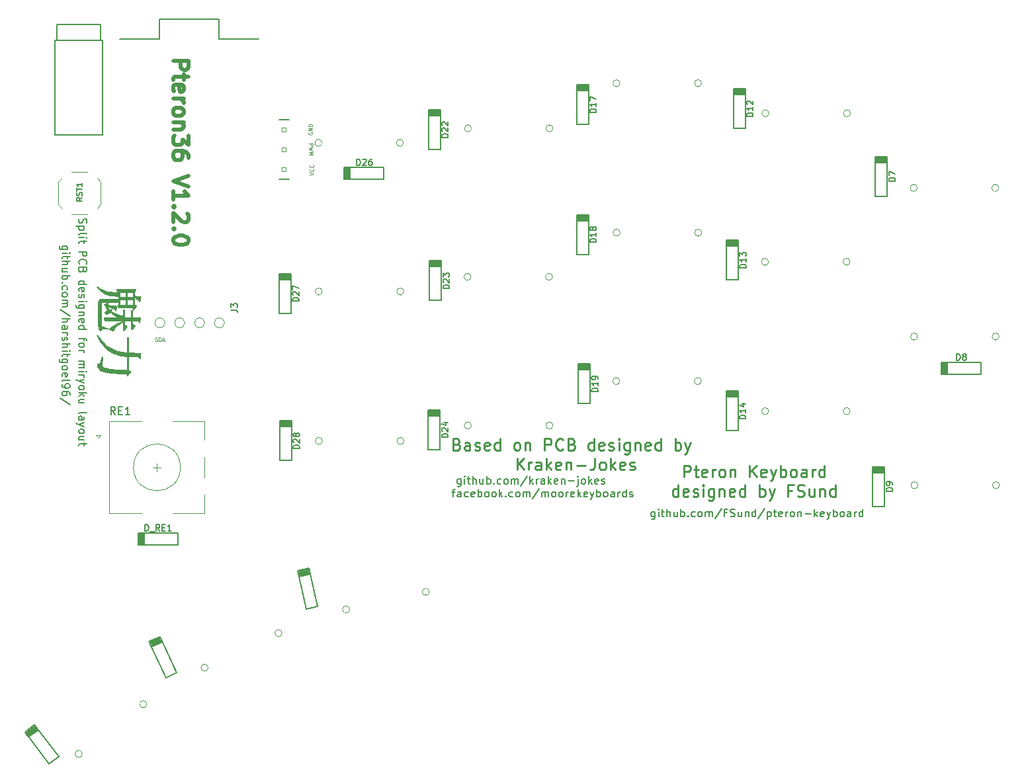
<source format=gbr>
%TF.GenerationSoftware,KiCad,Pcbnew,(5.1.7)-1*%
%TF.CreationDate,2021-07-06T19:24:22+05:30*%
%TF.ProjectId,Pteron36v0,50746572-6f6e-4333-9676-302e6b696361,rev?*%
%TF.SameCoordinates,Original*%
%TF.FileFunction,Legend,Top*%
%TF.FilePolarity,Positive*%
%FSLAX46Y46*%
G04 Gerber Fmt 4.6, Leading zero omitted, Abs format (unit mm)*
G04 Created by KiCad (PCBNEW (5.1.7)-1) date 2021-07-06 19:24:22*
%MOMM*%
%LPD*%
G01*
G04 APERTURE LIST*
%ADD10C,0.500000*%
%ADD11C,0.150000*%
%ADD12C,0.125000*%
%ADD13C,0.250000*%
%ADD14C,0.120000*%
%ADD15C,0.010000*%
%ADD16C,0.066040*%
%ADD17C,0.203200*%
%ADD18C,0.100000*%
G04 APERTURE END LIST*
D10*
X97596438Y-46731114D02*
X99596438Y-46731114D01*
X99596438Y-47493019D01*
X99501200Y-47683495D01*
X99405961Y-47778733D01*
X99215485Y-47873971D01*
X98929771Y-47873971D01*
X98739295Y-47778733D01*
X98644057Y-47683495D01*
X98548819Y-47493019D01*
X98548819Y-46731114D01*
X98929771Y-48445400D02*
X98929771Y-49207304D01*
X99596438Y-48731114D02*
X97882152Y-48731114D01*
X97691676Y-48826352D01*
X97596438Y-49016828D01*
X97596438Y-49207304D01*
X97691676Y-50635876D02*
X97596438Y-50445400D01*
X97596438Y-50064447D01*
X97691676Y-49873971D01*
X97882152Y-49778733D01*
X98644057Y-49778733D01*
X98834533Y-49873971D01*
X98929771Y-50064447D01*
X98929771Y-50445400D01*
X98834533Y-50635876D01*
X98644057Y-50731114D01*
X98453580Y-50731114D01*
X98263104Y-49778733D01*
X97596438Y-51588257D02*
X98929771Y-51588257D01*
X98548819Y-51588257D02*
X98739295Y-51683495D01*
X98834533Y-51778733D01*
X98929771Y-51969209D01*
X98929771Y-52159685D01*
X97596438Y-53112066D02*
X97691676Y-52921590D01*
X97786914Y-52826352D01*
X97977390Y-52731114D01*
X98548819Y-52731114D01*
X98739295Y-52826352D01*
X98834533Y-52921590D01*
X98929771Y-53112066D01*
X98929771Y-53397780D01*
X98834533Y-53588257D01*
X98739295Y-53683495D01*
X98548819Y-53778733D01*
X97977390Y-53778733D01*
X97786914Y-53683495D01*
X97691676Y-53588257D01*
X97596438Y-53397780D01*
X97596438Y-53112066D01*
X98929771Y-54635876D02*
X97596438Y-54635876D01*
X98739295Y-54635876D02*
X98834533Y-54731114D01*
X98929771Y-54921590D01*
X98929771Y-55207304D01*
X98834533Y-55397780D01*
X98644057Y-55493019D01*
X97596438Y-55493019D01*
X99596438Y-56254923D02*
X99596438Y-57493019D01*
X98834533Y-56826352D01*
X98834533Y-57112066D01*
X98739295Y-57302542D01*
X98644057Y-57397780D01*
X98453580Y-57493019D01*
X97977390Y-57493019D01*
X97786914Y-57397780D01*
X97691676Y-57302542D01*
X97596438Y-57112066D01*
X97596438Y-56540638D01*
X97691676Y-56350161D01*
X97786914Y-56254923D01*
X99596438Y-59207304D02*
X99596438Y-58826352D01*
X99501200Y-58635876D01*
X99405961Y-58540638D01*
X99120247Y-58350161D01*
X98739295Y-58254923D01*
X97977390Y-58254923D01*
X97786914Y-58350161D01*
X97691676Y-58445400D01*
X97596438Y-58635876D01*
X97596438Y-59016828D01*
X97691676Y-59207304D01*
X97786914Y-59302542D01*
X97977390Y-59397780D01*
X98453580Y-59397780D01*
X98644057Y-59302542D01*
X98739295Y-59207304D01*
X98834533Y-59016828D01*
X98834533Y-58635876D01*
X98739295Y-58445400D01*
X98644057Y-58350161D01*
X98453580Y-58254923D01*
X99596438Y-61493019D02*
X97596438Y-62159685D01*
X99596438Y-62826352D01*
X97596438Y-64540638D02*
X97596438Y-63397780D01*
X97596438Y-63969209D02*
X99596438Y-63969209D01*
X99310723Y-63778733D01*
X99120247Y-63588257D01*
X99025009Y-63397780D01*
X97786914Y-65397780D02*
X97691676Y-65493019D01*
X97596438Y-65397780D01*
X97691676Y-65302542D01*
X97786914Y-65397780D01*
X97596438Y-65397780D01*
X99405961Y-66254923D02*
X99501200Y-66350161D01*
X99596438Y-66540638D01*
X99596438Y-67016828D01*
X99501200Y-67207304D01*
X99405961Y-67302542D01*
X99215485Y-67397780D01*
X99025009Y-67397780D01*
X98739295Y-67302542D01*
X97596438Y-66159685D01*
X97596438Y-67397780D01*
X97786914Y-68254923D02*
X97691676Y-68350161D01*
X97596438Y-68254923D01*
X97691676Y-68159685D01*
X97786914Y-68254923D01*
X97596438Y-68254923D01*
X99596438Y-69588257D02*
X99596438Y-69778733D01*
X99501200Y-69969209D01*
X99405961Y-70064447D01*
X99215485Y-70159685D01*
X98834533Y-70254923D01*
X98358342Y-70254923D01*
X97977390Y-70159685D01*
X97786914Y-70064447D01*
X97691676Y-69969209D01*
X97596438Y-69778733D01*
X97596438Y-69588257D01*
X97691676Y-69397780D01*
X97786914Y-69302542D01*
X97977390Y-69207304D01*
X98358342Y-69112066D01*
X98834533Y-69112066D01*
X99215485Y-69207304D01*
X99405961Y-69302542D01*
X99501200Y-69397780D01*
X99596438Y-69588257D01*
D11*
X84034285Y-70875142D02*
X83224761Y-70875142D01*
X83129523Y-70827523D01*
X83081904Y-70779904D01*
X83034285Y-70684666D01*
X83034285Y-70541809D01*
X83081904Y-70446571D01*
X83415238Y-70875142D02*
X83367619Y-70779904D01*
X83367619Y-70589428D01*
X83415238Y-70494190D01*
X83462857Y-70446571D01*
X83558095Y-70398952D01*
X83843809Y-70398952D01*
X83939047Y-70446571D01*
X83986666Y-70494190D01*
X84034285Y-70589428D01*
X84034285Y-70779904D01*
X83986666Y-70875142D01*
X83367619Y-71351333D02*
X84034285Y-71351333D01*
X84367619Y-71351333D02*
X84320000Y-71303714D01*
X84272380Y-71351333D01*
X84320000Y-71398952D01*
X84367619Y-71351333D01*
X84272380Y-71351333D01*
X84034285Y-71684666D02*
X84034285Y-72065619D01*
X84367619Y-71827523D02*
X83510476Y-71827523D01*
X83415238Y-71875142D01*
X83367619Y-71970380D01*
X83367619Y-72065619D01*
X83367619Y-72398952D02*
X84367619Y-72398952D01*
X83367619Y-72827523D02*
X83891428Y-72827523D01*
X83986666Y-72779904D01*
X84034285Y-72684666D01*
X84034285Y-72541809D01*
X83986666Y-72446571D01*
X83939047Y-72398952D01*
X84034285Y-73732285D02*
X83367619Y-73732285D01*
X84034285Y-73303714D02*
X83510476Y-73303714D01*
X83415238Y-73351333D01*
X83367619Y-73446571D01*
X83367619Y-73589428D01*
X83415238Y-73684666D01*
X83462857Y-73732285D01*
X83367619Y-74208476D02*
X84367619Y-74208476D01*
X83986666Y-74208476D02*
X84034285Y-74303714D01*
X84034285Y-74494190D01*
X83986666Y-74589428D01*
X83939047Y-74637047D01*
X83843809Y-74684666D01*
X83558095Y-74684666D01*
X83462857Y-74637047D01*
X83415238Y-74589428D01*
X83367619Y-74494190D01*
X83367619Y-74303714D01*
X83415238Y-74208476D01*
X83462857Y-75113238D02*
X83415238Y-75160857D01*
X83367619Y-75113238D01*
X83415238Y-75065619D01*
X83462857Y-75113238D01*
X83367619Y-75113238D01*
X83415238Y-76018000D02*
X83367619Y-75922761D01*
X83367619Y-75732285D01*
X83415238Y-75637047D01*
X83462857Y-75589428D01*
X83558095Y-75541809D01*
X83843809Y-75541809D01*
X83939047Y-75589428D01*
X83986666Y-75637047D01*
X84034285Y-75732285D01*
X84034285Y-75922761D01*
X83986666Y-76018000D01*
X83367619Y-76589428D02*
X83415238Y-76494190D01*
X83462857Y-76446571D01*
X83558095Y-76398952D01*
X83843809Y-76398952D01*
X83939047Y-76446571D01*
X83986666Y-76494190D01*
X84034285Y-76589428D01*
X84034285Y-76732285D01*
X83986666Y-76827523D01*
X83939047Y-76875142D01*
X83843809Y-76922761D01*
X83558095Y-76922761D01*
X83462857Y-76875142D01*
X83415238Y-76827523D01*
X83367619Y-76732285D01*
X83367619Y-76589428D01*
X83367619Y-77351333D02*
X84034285Y-77351333D01*
X83939047Y-77351333D02*
X83986666Y-77398952D01*
X84034285Y-77494190D01*
X84034285Y-77637047D01*
X83986666Y-77732285D01*
X83891428Y-77779904D01*
X83367619Y-77779904D01*
X83891428Y-77779904D02*
X83986666Y-77827523D01*
X84034285Y-77922761D01*
X84034285Y-78065619D01*
X83986666Y-78160857D01*
X83891428Y-78208476D01*
X83367619Y-78208476D01*
X84415238Y-79398952D02*
X83129523Y-78541809D01*
X83367619Y-79732285D02*
X84367619Y-79732285D01*
X83367619Y-80160857D02*
X83891428Y-80160857D01*
X83986666Y-80113238D01*
X84034285Y-80018000D01*
X84034285Y-79875142D01*
X83986666Y-79779904D01*
X83939047Y-79732285D01*
X83367619Y-81065619D02*
X83891428Y-81065619D01*
X83986666Y-81018000D01*
X84034285Y-80922761D01*
X84034285Y-80732285D01*
X83986666Y-80637047D01*
X83415238Y-81065619D02*
X83367619Y-80970380D01*
X83367619Y-80732285D01*
X83415238Y-80637047D01*
X83510476Y-80589428D01*
X83605714Y-80589428D01*
X83700952Y-80637047D01*
X83748571Y-80732285D01*
X83748571Y-80970380D01*
X83796190Y-81065619D01*
X83367619Y-81541809D02*
X84034285Y-81541809D01*
X83843809Y-81541809D02*
X83939047Y-81589428D01*
X83986666Y-81637047D01*
X84034285Y-81732285D01*
X84034285Y-81827523D01*
X83415238Y-82113238D02*
X83367619Y-82208476D01*
X83367619Y-82398952D01*
X83415238Y-82494190D01*
X83510476Y-82541809D01*
X83558095Y-82541809D01*
X83653333Y-82494190D01*
X83700952Y-82398952D01*
X83700952Y-82256095D01*
X83748571Y-82160857D01*
X83843809Y-82113238D01*
X83891428Y-82113238D01*
X83986666Y-82160857D01*
X84034285Y-82256095D01*
X84034285Y-82398952D01*
X83986666Y-82494190D01*
X83367619Y-82970380D02*
X84367619Y-82970380D01*
X83367619Y-83398952D02*
X83891428Y-83398952D01*
X83986666Y-83351333D01*
X84034285Y-83256095D01*
X84034285Y-83113238D01*
X83986666Y-83018000D01*
X83939047Y-82970380D01*
X83367619Y-83875142D02*
X84034285Y-83875142D01*
X84367619Y-83875142D02*
X84320000Y-83827523D01*
X84272380Y-83875142D01*
X84320000Y-83922761D01*
X84367619Y-83875142D01*
X84272380Y-83875142D01*
X84034285Y-84208476D02*
X84034285Y-84589428D01*
X84367619Y-84351333D02*
X83510476Y-84351333D01*
X83415238Y-84398952D01*
X83367619Y-84494190D01*
X83367619Y-84589428D01*
X84034285Y-85351333D02*
X83224761Y-85351333D01*
X83129523Y-85303714D01*
X83081904Y-85256095D01*
X83034285Y-85160857D01*
X83034285Y-85018000D01*
X83081904Y-84922761D01*
X83415238Y-85351333D02*
X83367619Y-85256095D01*
X83367619Y-85065619D01*
X83415238Y-84970380D01*
X83462857Y-84922761D01*
X83558095Y-84875142D01*
X83843809Y-84875142D01*
X83939047Y-84922761D01*
X83986666Y-84970380D01*
X84034285Y-85065619D01*
X84034285Y-85256095D01*
X83986666Y-85351333D01*
X83367619Y-85970380D02*
X83415238Y-85875142D01*
X83462857Y-85827523D01*
X83558095Y-85779904D01*
X83843809Y-85779904D01*
X83939047Y-85827523D01*
X83986666Y-85875142D01*
X84034285Y-85970380D01*
X84034285Y-86113238D01*
X83986666Y-86208476D01*
X83939047Y-86256095D01*
X83843809Y-86303714D01*
X83558095Y-86303714D01*
X83462857Y-86256095D01*
X83415238Y-86208476D01*
X83367619Y-86113238D01*
X83367619Y-85970380D01*
X83415238Y-87113238D02*
X83367619Y-87018000D01*
X83367619Y-86827523D01*
X83415238Y-86732285D01*
X83510476Y-86684666D01*
X83891428Y-86684666D01*
X83986666Y-86732285D01*
X84034285Y-86827523D01*
X84034285Y-87018000D01*
X83986666Y-87113238D01*
X83891428Y-87160857D01*
X83796190Y-87160857D01*
X83700952Y-86684666D01*
X83367619Y-87732285D02*
X83415238Y-87637047D01*
X83510476Y-87589428D01*
X84367619Y-87589428D01*
X83367619Y-88160857D02*
X83367619Y-88351333D01*
X83415238Y-88446571D01*
X83462857Y-88494190D01*
X83605714Y-88589428D01*
X83796190Y-88637047D01*
X84177142Y-88637047D01*
X84272380Y-88589428D01*
X84320000Y-88541809D01*
X84367619Y-88446571D01*
X84367619Y-88256095D01*
X84320000Y-88160857D01*
X84272380Y-88113238D01*
X84177142Y-88065619D01*
X83939047Y-88065619D01*
X83843809Y-88113238D01*
X83796190Y-88160857D01*
X83748571Y-88256095D01*
X83748571Y-88446571D01*
X83796190Y-88541809D01*
X83843809Y-88589428D01*
X83939047Y-88637047D01*
X84367619Y-89494190D02*
X84367619Y-89303714D01*
X84320000Y-89208476D01*
X84272380Y-89160857D01*
X84129523Y-89065619D01*
X83939047Y-89018000D01*
X83558095Y-89018000D01*
X83462857Y-89065619D01*
X83415238Y-89113238D01*
X83367619Y-89208476D01*
X83367619Y-89398952D01*
X83415238Y-89494190D01*
X83462857Y-89541809D01*
X83558095Y-89589428D01*
X83796190Y-89589428D01*
X83891428Y-89541809D01*
X83939047Y-89494190D01*
X83986666Y-89398952D01*
X83986666Y-89208476D01*
X83939047Y-89113238D01*
X83891428Y-89065619D01*
X83796190Y-89018000D01*
X84415238Y-90732285D02*
X83129523Y-89875142D01*
D12*
X115042190Y-61372666D02*
X115542190Y-61206000D01*
X115042190Y-61039333D01*
X115494571Y-60586952D02*
X115518380Y-60610761D01*
X115542190Y-60682190D01*
X115542190Y-60729809D01*
X115518380Y-60801238D01*
X115470761Y-60848857D01*
X115423142Y-60872666D01*
X115327904Y-60896476D01*
X115256476Y-60896476D01*
X115161238Y-60872666D01*
X115113619Y-60848857D01*
X115066000Y-60801238D01*
X115042190Y-60729809D01*
X115042190Y-60682190D01*
X115066000Y-60610761D01*
X115089809Y-60586952D01*
X115494571Y-60086952D02*
X115518380Y-60110761D01*
X115542190Y-60182190D01*
X115542190Y-60229809D01*
X115518380Y-60301238D01*
X115470761Y-60348857D01*
X115423142Y-60372666D01*
X115327904Y-60396476D01*
X115256476Y-60396476D01*
X115161238Y-60372666D01*
X115113619Y-60348857D01*
X115066000Y-60301238D01*
X115042190Y-60229809D01*
X115042190Y-60182190D01*
X115066000Y-60110761D01*
X115089809Y-60086952D01*
X114962809Y-57336619D02*
X115462809Y-57336619D01*
X115462809Y-57527095D01*
X115439000Y-57574714D01*
X115415190Y-57598523D01*
X115367571Y-57622333D01*
X115296142Y-57622333D01*
X115248523Y-57598523D01*
X115224714Y-57574714D01*
X115200904Y-57527095D01*
X115200904Y-57336619D01*
X115462809Y-57789000D02*
X114962809Y-57908047D01*
X115319952Y-58003285D01*
X114962809Y-58098523D01*
X115462809Y-58217571D01*
X114962809Y-58408047D02*
X115462809Y-58408047D01*
X115105666Y-58574714D01*
X115462809Y-58741380D01*
X114962809Y-58741380D01*
X114939000Y-55879952D02*
X114915190Y-55927571D01*
X114915190Y-55999000D01*
X114939000Y-56070428D01*
X114986619Y-56118047D01*
X115034238Y-56141857D01*
X115129476Y-56165666D01*
X115200904Y-56165666D01*
X115296142Y-56141857D01*
X115343761Y-56118047D01*
X115391380Y-56070428D01*
X115415190Y-55999000D01*
X115415190Y-55951380D01*
X115391380Y-55879952D01*
X115367571Y-55856142D01*
X115200904Y-55856142D01*
X115200904Y-55951380D01*
X115415190Y-55641857D02*
X114915190Y-55641857D01*
X115415190Y-55356142D01*
X114915190Y-55356142D01*
X115415190Y-55118047D02*
X114915190Y-55118047D01*
X114915190Y-54999000D01*
X114939000Y-54927571D01*
X114986619Y-54879952D01*
X115034238Y-54856142D01*
X115129476Y-54832333D01*
X115200904Y-54832333D01*
X115296142Y-54856142D01*
X115343761Y-54879952D01*
X115391380Y-54927571D01*
X115415190Y-54999000D01*
X115415190Y-55118047D01*
X95277857Y-82625380D02*
X95349285Y-82649190D01*
X95468333Y-82649190D01*
X95515952Y-82625380D01*
X95539761Y-82601571D01*
X95563571Y-82553952D01*
X95563571Y-82506333D01*
X95539761Y-82458714D01*
X95515952Y-82434904D01*
X95468333Y-82411095D01*
X95373095Y-82387285D01*
X95325476Y-82363476D01*
X95301666Y-82339666D01*
X95277857Y-82292047D01*
X95277857Y-82244428D01*
X95301666Y-82196809D01*
X95325476Y-82173000D01*
X95373095Y-82149190D01*
X95492142Y-82149190D01*
X95563571Y-82173000D01*
X95777857Y-82649190D02*
X95777857Y-82149190D01*
X95896904Y-82149190D01*
X95968333Y-82173000D01*
X96015952Y-82220619D01*
X96039761Y-82268238D01*
X96063571Y-82363476D01*
X96063571Y-82434904D01*
X96039761Y-82530142D01*
X96015952Y-82577761D01*
X95968333Y-82625380D01*
X95896904Y-82649190D01*
X95777857Y-82649190D01*
X96254047Y-82506333D02*
X96492142Y-82506333D01*
X96206428Y-82649190D02*
X96373095Y-82149190D01*
X96539761Y-82649190D01*
D11*
X134406809Y-100242714D02*
X134406809Y-101052238D01*
X134359190Y-101147476D01*
X134311571Y-101195095D01*
X134216333Y-101242714D01*
X134073476Y-101242714D01*
X133978238Y-101195095D01*
X134406809Y-100861761D02*
X134311571Y-100909380D01*
X134121095Y-100909380D01*
X134025857Y-100861761D01*
X133978238Y-100814142D01*
X133930619Y-100718904D01*
X133930619Y-100433190D01*
X133978238Y-100337952D01*
X134025857Y-100290333D01*
X134121095Y-100242714D01*
X134311571Y-100242714D01*
X134406809Y-100290333D01*
X134883000Y-100909380D02*
X134883000Y-100242714D01*
X134883000Y-99909380D02*
X134835380Y-99957000D01*
X134883000Y-100004619D01*
X134930619Y-99957000D01*
X134883000Y-99909380D01*
X134883000Y-100004619D01*
X135216333Y-100242714D02*
X135597285Y-100242714D01*
X135359190Y-99909380D02*
X135359190Y-100766523D01*
X135406809Y-100861761D01*
X135502047Y-100909380D01*
X135597285Y-100909380D01*
X135930619Y-100909380D02*
X135930619Y-99909380D01*
X136359190Y-100909380D02*
X136359190Y-100385571D01*
X136311571Y-100290333D01*
X136216333Y-100242714D01*
X136073476Y-100242714D01*
X135978238Y-100290333D01*
X135930619Y-100337952D01*
X137263952Y-100242714D02*
X137263952Y-100909380D01*
X136835380Y-100242714D02*
X136835380Y-100766523D01*
X136883000Y-100861761D01*
X136978238Y-100909380D01*
X137121095Y-100909380D01*
X137216333Y-100861761D01*
X137263952Y-100814142D01*
X137740142Y-100909380D02*
X137740142Y-99909380D01*
X137740142Y-100290333D02*
X137835380Y-100242714D01*
X138025857Y-100242714D01*
X138121095Y-100290333D01*
X138168714Y-100337952D01*
X138216333Y-100433190D01*
X138216333Y-100718904D01*
X138168714Y-100814142D01*
X138121095Y-100861761D01*
X138025857Y-100909380D01*
X137835380Y-100909380D01*
X137740142Y-100861761D01*
X138644904Y-100814142D02*
X138692523Y-100861761D01*
X138644904Y-100909380D01*
X138597285Y-100861761D01*
X138644904Y-100814142D01*
X138644904Y-100909380D01*
X139549666Y-100861761D02*
X139454428Y-100909380D01*
X139263952Y-100909380D01*
X139168714Y-100861761D01*
X139121095Y-100814142D01*
X139073476Y-100718904D01*
X139073476Y-100433190D01*
X139121095Y-100337952D01*
X139168714Y-100290333D01*
X139263952Y-100242714D01*
X139454428Y-100242714D01*
X139549666Y-100290333D01*
X140121095Y-100909380D02*
X140025857Y-100861761D01*
X139978238Y-100814142D01*
X139930619Y-100718904D01*
X139930619Y-100433190D01*
X139978238Y-100337952D01*
X140025857Y-100290333D01*
X140121095Y-100242714D01*
X140263952Y-100242714D01*
X140359190Y-100290333D01*
X140406809Y-100337952D01*
X140454428Y-100433190D01*
X140454428Y-100718904D01*
X140406809Y-100814142D01*
X140359190Y-100861761D01*
X140263952Y-100909380D01*
X140121095Y-100909380D01*
X140883000Y-100909380D02*
X140883000Y-100242714D01*
X140883000Y-100337952D02*
X140930619Y-100290333D01*
X141025857Y-100242714D01*
X141168714Y-100242714D01*
X141263952Y-100290333D01*
X141311571Y-100385571D01*
X141311571Y-100909380D01*
X141311571Y-100385571D02*
X141359190Y-100290333D01*
X141454428Y-100242714D01*
X141597285Y-100242714D01*
X141692523Y-100290333D01*
X141740142Y-100385571D01*
X141740142Y-100909380D01*
X142930619Y-99861761D02*
X142073476Y-101147476D01*
X143263952Y-100909380D02*
X143263952Y-99909380D01*
X143359190Y-100528428D02*
X143644904Y-100909380D01*
X143644904Y-100242714D02*
X143263952Y-100623666D01*
X144073476Y-100909380D02*
X144073476Y-100242714D01*
X144073476Y-100433190D02*
X144121095Y-100337952D01*
X144168714Y-100290333D01*
X144263952Y-100242714D01*
X144359190Y-100242714D01*
X145121095Y-100909380D02*
X145121095Y-100385571D01*
X145073476Y-100290333D01*
X144978238Y-100242714D01*
X144787761Y-100242714D01*
X144692523Y-100290333D01*
X145121095Y-100861761D02*
X145025857Y-100909380D01*
X144787761Y-100909380D01*
X144692523Y-100861761D01*
X144644904Y-100766523D01*
X144644904Y-100671285D01*
X144692523Y-100576047D01*
X144787761Y-100528428D01*
X145025857Y-100528428D01*
X145121095Y-100480809D01*
X145597285Y-100909380D02*
X145597285Y-99909380D01*
X145692523Y-100528428D02*
X145978238Y-100909380D01*
X145978238Y-100242714D02*
X145597285Y-100623666D01*
X146787761Y-100861761D02*
X146692523Y-100909380D01*
X146502047Y-100909380D01*
X146406809Y-100861761D01*
X146359190Y-100766523D01*
X146359190Y-100385571D01*
X146406809Y-100290333D01*
X146502047Y-100242714D01*
X146692523Y-100242714D01*
X146787761Y-100290333D01*
X146835380Y-100385571D01*
X146835380Y-100480809D01*
X146359190Y-100576047D01*
X147263952Y-100242714D02*
X147263952Y-100909380D01*
X147263952Y-100337952D02*
X147311571Y-100290333D01*
X147406809Y-100242714D01*
X147549666Y-100242714D01*
X147644904Y-100290333D01*
X147692523Y-100385571D01*
X147692523Y-100909380D01*
X148168714Y-100528428D02*
X148930619Y-100528428D01*
X149406809Y-100242714D02*
X149406809Y-101099857D01*
X149359190Y-101195095D01*
X149263952Y-101242714D01*
X149216333Y-101242714D01*
X149406809Y-99909380D02*
X149359190Y-99957000D01*
X149406809Y-100004619D01*
X149454428Y-99957000D01*
X149406809Y-99909380D01*
X149406809Y-100004619D01*
X150025857Y-100909380D02*
X149930619Y-100861761D01*
X149883000Y-100814142D01*
X149835380Y-100718904D01*
X149835380Y-100433190D01*
X149883000Y-100337952D01*
X149930619Y-100290333D01*
X150025857Y-100242714D01*
X150168714Y-100242714D01*
X150263952Y-100290333D01*
X150311571Y-100337952D01*
X150359190Y-100433190D01*
X150359190Y-100718904D01*
X150311571Y-100814142D01*
X150263952Y-100861761D01*
X150168714Y-100909380D01*
X150025857Y-100909380D01*
X150787761Y-100909380D02*
X150787761Y-99909380D01*
X150883000Y-100528428D02*
X151168714Y-100909380D01*
X151168714Y-100242714D02*
X150787761Y-100623666D01*
X151978238Y-100861761D02*
X151883000Y-100909380D01*
X151692523Y-100909380D01*
X151597285Y-100861761D01*
X151549666Y-100766523D01*
X151549666Y-100385571D01*
X151597285Y-100290333D01*
X151692523Y-100242714D01*
X151883000Y-100242714D01*
X151978238Y-100290333D01*
X152025857Y-100385571D01*
X152025857Y-100480809D01*
X151549666Y-100576047D01*
X152406809Y-100861761D02*
X152502047Y-100909380D01*
X152692523Y-100909380D01*
X152787761Y-100861761D01*
X152835380Y-100766523D01*
X152835380Y-100718904D01*
X152787761Y-100623666D01*
X152692523Y-100576047D01*
X152549666Y-100576047D01*
X152454428Y-100528428D01*
X152406809Y-100433190D01*
X152406809Y-100385571D01*
X152454428Y-100290333D01*
X152549666Y-100242714D01*
X152692523Y-100242714D01*
X152787761Y-100290333D01*
X133287952Y-101893714D02*
X133668904Y-101893714D01*
X133430809Y-102560380D02*
X133430809Y-101703238D01*
X133478428Y-101608000D01*
X133573666Y-101560380D01*
X133668904Y-101560380D01*
X134430809Y-102560380D02*
X134430809Y-102036571D01*
X134383190Y-101941333D01*
X134287952Y-101893714D01*
X134097476Y-101893714D01*
X134002238Y-101941333D01*
X134430809Y-102512761D02*
X134335571Y-102560380D01*
X134097476Y-102560380D01*
X134002238Y-102512761D01*
X133954619Y-102417523D01*
X133954619Y-102322285D01*
X134002238Y-102227047D01*
X134097476Y-102179428D01*
X134335571Y-102179428D01*
X134430809Y-102131809D01*
X135335571Y-102512761D02*
X135240333Y-102560380D01*
X135049857Y-102560380D01*
X134954619Y-102512761D01*
X134907000Y-102465142D01*
X134859380Y-102369904D01*
X134859380Y-102084190D01*
X134907000Y-101988952D01*
X134954619Y-101941333D01*
X135049857Y-101893714D01*
X135240333Y-101893714D01*
X135335571Y-101941333D01*
X136145095Y-102512761D02*
X136049857Y-102560380D01*
X135859380Y-102560380D01*
X135764142Y-102512761D01*
X135716523Y-102417523D01*
X135716523Y-102036571D01*
X135764142Y-101941333D01*
X135859380Y-101893714D01*
X136049857Y-101893714D01*
X136145095Y-101941333D01*
X136192714Y-102036571D01*
X136192714Y-102131809D01*
X135716523Y-102227047D01*
X136621285Y-102560380D02*
X136621285Y-101560380D01*
X136621285Y-101941333D02*
X136716523Y-101893714D01*
X136907000Y-101893714D01*
X137002238Y-101941333D01*
X137049857Y-101988952D01*
X137097476Y-102084190D01*
X137097476Y-102369904D01*
X137049857Y-102465142D01*
X137002238Y-102512761D01*
X136907000Y-102560380D01*
X136716523Y-102560380D01*
X136621285Y-102512761D01*
X137668904Y-102560380D02*
X137573666Y-102512761D01*
X137526047Y-102465142D01*
X137478428Y-102369904D01*
X137478428Y-102084190D01*
X137526047Y-101988952D01*
X137573666Y-101941333D01*
X137668904Y-101893714D01*
X137811761Y-101893714D01*
X137907000Y-101941333D01*
X137954619Y-101988952D01*
X138002238Y-102084190D01*
X138002238Y-102369904D01*
X137954619Y-102465142D01*
X137907000Y-102512761D01*
X137811761Y-102560380D01*
X137668904Y-102560380D01*
X138573666Y-102560380D02*
X138478428Y-102512761D01*
X138430809Y-102465142D01*
X138383190Y-102369904D01*
X138383190Y-102084190D01*
X138430809Y-101988952D01*
X138478428Y-101941333D01*
X138573666Y-101893714D01*
X138716523Y-101893714D01*
X138811761Y-101941333D01*
X138859380Y-101988952D01*
X138907000Y-102084190D01*
X138907000Y-102369904D01*
X138859380Y-102465142D01*
X138811761Y-102512761D01*
X138716523Y-102560380D01*
X138573666Y-102560380D01*
X139335571Y-102560380D02*
X139335571Y-101560380D01*
X139430809Y-102179428D02*
X139716523Y-102560380D01*
X139716523Y-101893714D02*
X139335571Y-102274666D01*
X140145095Y-102465142D02*
X140192714Y-102512761D01*
X140145095Y-102560380D01*
X140097476Y-102512761D01*
X140145095Y-102465142D01*
X140145095Y-102560380D01*
X141049857Y-102512761D02*
X140954619Y-102560380D01*
X140764142Y-102560380D01*
X140668904Y-102512761D01*
X140621285Y-102465142D01*
X140573666Y-102369904D01*
X140573666Y-102084190D01*
X140621285Y-101988952D01*
X140668904Y-101941333D01*
X140764142Y-101893714D01*
X140954619Y-101893714D01*
X141049857Y-101941333D01*
X141621285Y-102560380D02*
X141526047Y-102512761D01*
X141478428Y-102465142D01*
X141430809Y-102369904D01*
X141430809Y-102084190D01*
X141478428Y-101988952D01*
X141526047Y-101941333D01*
X141621285Y-101893714D01*
X141764142Y-101893714D01*
X141859380Y-101941333D01*
X141907000Y-101988952D01*
X141954619Y-102084190D01*
X141954619Y-102369904D01*
X141907000Y-102465142D01*
X141859380Y-102512761D01*
X141764142Y-102560380D01*
X141621285Y-102560380D01*
X142383190Y-102560380D02*
X142383190Y-101893714D01*
X142383190Y-101988952D02*
X142430809Y-101941333D01*
X142526047Y-101893714D01*
X142668904Y-101893714D01*
X142764142Y-101941333D01*
X142811761Y-102036571D01*
X142811761Y-102560380D01*
X142811761Y-102036571D02*
X142859380Y-101941333D01*
X142954619Y-101893714D01*
X143097476Y-101893714D01*
X143192714Y-101941333D01*
X143240333Y-102036571D01*
X143240333Y-102560380D01*
X144430809Y-101512761D02*
X143573666Y-102798476D01*
X144764142Y-102560380D02*
X144764142Y-101893714D01*
X144764142Y-101988952D02*
X144811761Y-101941333D01*
X144907000Y-101893714D01*
X145049857Y-101893714D01*
X145145095Y-101941333D01*
X145192714Y-102036571D01*
X145192714Y-102560380D01*
X145192714Y-102036571D02*
X145240333Y-101941333D01*
X145335571Y-101893714D01*
X145478428Y-101893714D01*
X145573666Y-101941333D01*
X145621285Y-102036571D01*
X145621285Y-102560380D01*
X146240333Y-102560380D02*
X146145095Y-102512761D01*
X146097476Y-102465142D01*
X146049857Y-102369904D01*
X146049857Y-102084190D01*
X146097476Y-101988952D01*
X146145095Y-101941333D01*
X146240333Y-101893714D01*
X146383190Y-101893714D01*
X146478428Y-101941333D01*
X146526047Y-101988952D01*
X146573666Y-102084190D01*
X146573666Y-102369904D01*
X146526047Y-102465142D01*
X146478428Y-102512761D01*
X146383190Y-102560380D01*
X146240333Y-102560380D01*
X147145095Y-102560380D02*
X147049857Y-102512761D01*
X147002238Y-102465142D01*
X146954619Y-102369904D01*
X146954619Y-102084190D01*
X147002238Y-101988952D01*
X147049857Y-101941333D01*
X147145095Y-101893714D01*
X147287952Y-101893714D01*
X147383190Y-101941333D01*
X147430809Y-101988952D01*
X147478428Y-102084190D01*
X147478428Y-102369904D01*
X147430809Y-102465142D01*
X147383190Y-102512761D01*
X147287952Y-102560380D01*
X147145095Y-102560380D01*
X147907000Y-102560380D02*
X147907000Y-101893714D01*
X147907000Y-102084190D02*
X147954619Y-101988952D01*
X148002238Y-101941333D01*
X148097476Y-101893714D01*
X148192714Y-101893714D01*
X148907000Y-102512761D02*
X148811761Y-102560380D01*
X148621285Y-102560380D01*
X148526047Y-102512761D01*
X148478428Y-102417523D01*
X148478428Y-102036571D01*
X148526047Y-101941333D01*
X148621285Y-101893714D01*
X148811761Y-101893714D01*
X148907000Y-101941333D01*
X148954619Y-102036571D01*
X148954619Y-102131809D01*
X148478428Y-102227047D01*
X149383190Y-102560380D02*
X149383190Y-101560380D01*
X149478428Y-102179428D02*
X149764142Y-102560380D01*
X149764142Y-101893714D02*
X149383190Y-102274666D01*
X150573666Y-102512761D02*
X150478428Y-102560380D01*
X150287952Y-102560380D01*
X150192714Y-102512761D01*
X150145095Y-102417523D01*
X150145095Y-102036571D01*
X150192714Y-101941333D01*
X150287952Y-101893714D01*
X150478428Y-101893714D01*
X150573666Y-101941333D01*
X150621285Y-102036571D01*
X150621285Y-102131809D01*
X150145095Y-102227047D01*
X150954619Y-101893714D02*
X151192714Y-102560380D01*
X151430809Y-101893714D02*
X151192714Y-102560380D01*
X151097476Y-102798476D01*
X151049857Y-102846095D01*
X150954619Y-102893714D01*
X151811761Y-102560380D02*
X151811761Y-101560380D01*
X151811761Y-101941333D02*
X151907000Y-101893714D01*
X152097476Y-101893714D01*
X152192714Y-101941333D01*
X152240333Y-101988952D01*
X152287952Y-102084190D01*
X152287952Y-102369904D01*
X152240333Y-102465142D01*
X152192714Y-102512761D01*
X152097476Y-102560380D01*
X151907000Y-102560380D01*
X151811761Y-102512761D01*
X152859380Y-102560380D02*
X152764142Y-102512761D01*
X152716523Y-102465142D01*
X152668904Y-102369904D01*
X152668904Y-102084190D01*
X152716523Y-101988952D01*
X152764142Y-101941333D01*
X152859380Y-101893714D01*
X153002238Y-101893714D01*
X153097476Y-101941333D01*
X153145095Y-101988952D01*
X153192714Y-102084190D01*
X153192714Y-102369904D01*
X153145095Y-102465142D01*
X153097476Y-102512761D01*
X153002238Y-102560380D01*
X152859380Y-102560380D01*
X154049857Y-102560380D02*
X154049857Y-102036571D01*
X154002238Y-101941333D01*
X153907000Y-101893714D01*
X153716523Y-101893714D01*
X153621285Y-101941333D01*
X154049857Y-102512761D02*
X153954619Y-102560380D01*
X153716523Y-102560380D01*
X153621285Y-102512761D01*
X153573666Y-102417523D01*
X153573666Y-102322285D01*
X153621285Y-102227047D01*
X153716523Y-102179428D01*
X153954619Y-102179428D01*
X154049857Y-102131809D01*
X154526047Y-102560380D02*
X154526047Y-101893714D01*
X154526047Y-102084190D02*
X154573666Y-101988952D01*
X154621285Y-101941333D01*
X154716523Y-101893714D01*
X154811761Y-101893714D01*
X155573666Y-102560380D02*
X155573666Y-101560380D01*
X155573666Y-102512761D02*
X155478428Y-102560380D01*
X155287952Y-102560380D01*
X155192714Y-102512761D01*
X155145095Y-102465142D01*
X155097476Y-102369904D01*
X155097476Y-102084190D01*
X155145095Y-101988952D01*
X155192714Y-101941333D01*
X155287952Y-101893714D01*
X155478428Y-101893714D01*
X155573666Y-101941333D01*
X156002238Y-102512761D02*
X156097476Y-102560380D01*
X156287952Y-102560380D01*
X156383190Y-102512761D01*
X156430809Y-102417523D01*
X156430809Y-102369904D01*
X156383190Y-102274666D01*
X156287952Y-102227047D01*
X156145095Y-102227047D01*
X156049857Y-102179428D01*
X156002238Y-102084190D01*
X156002238Y-102036571D01*
X156049857Y-101941333D01*
X156145095Y-101893714D01*
X156287952Y-101893714D01*
X156383190Y-101941333D01*
X159243761Y-104433714D02*
X159243761Y-105243238D01*
X159196142Y-105338476D01*
X159148523Y-105386095D01*
X159053285Y-105433714D01*
X158910428Y-105433714D01*
X158815190Y-105386095D01*
X159243761Y-105052761D02*
X159148523Y-105100380D01*
X158958047Y-105100380D01*
X158862809Y-105052761D01*
X158815190Y-105005142D01*
X158767571Y-104909904D01*
X158767571Y-104624190D01*
X158815190Y-104528952D01*
X158862809Y-104481333D01*
X158958047Y-104433714D01*
X159148523Y-104433714D01*
X159243761Y-104481333D01*
X159719952Y-105100380D02*
X159719952Y-104433714D01*
X159719952Y-104100380D02*
X159672333Y-104148000D01*
X159719952Y-104195619D01*
X159767571Y-104148000D01*
X159719952Y-104100380D01*
X159719952Y-104195619D01*
X160053285Y-104433714D02*
X160434238Y-104433714D01*
X160196142Y-104100380D02*
X160196142Y-104957523D01*
X160243761Y-105052761D01*
X160339000Y-105100380D01*
X160434238Y-105100380D01*
X160767571Y-105100380D02*
X160767571Y-104100380D01*
X161196142Y-105100380D02*
X161196142Y-104576571D01*
X161148523Y-104481333D01*
X161053285Y-104433714D01*
X160910428Y-104433714D01*
X160815190Y-104481333D01*
X160767571Y-104528952D01*
X162100904Y-104433714D02*
X162100904Y-105100380D01*
X161672333Y-104433714D02*
X161672333Y-104957523D01*
X161719952Y-105052761D01*
X161815190Y-105100380D01*
X161958047Y-105100380D01*
X162053285Y-105052761D01*
X162100904Y-105005142D01*
X162577095Y-105100380D02*
X162577095Y-104100380D01*
X162577095Y-104481333D02*
X162672333Y-104433714D01*
X162862809Y-104433714D01*
X162958047Y-104481333D01*
X163005666Y-104528952D01*
X163053285Y-104624190D01*
X163053285Y-104909904D01*
X163005666Y-105005142D01*
X162958047Y-105052761D01*
X162862809Y-105100380D01*
X162672333Y-105100380D01*
X162577095Y-105052761D01*
X163481857Y-105005142D02*
X163529476Y-105052761D01*
X163481857Y-105100380D01*
X163434238Y-105052761D01*
X163481857Y-105005142D01*
X163481857Y-105100380D01*
X164386619Y-105052761D02*
X164291380Y-105100380D01*
X164100904Y-105100380D01*
X164005666Y-105052761D01*
X163958047Y-105005142D01*
X163910428Y-104909904D01*
X163910428Y-104624190D01*
X163958047Y-104528952D01*
X164005666Y-104481333D01*
X164100904Y-104433714D01*
X164291380Y-104433714D01*
X164386619Y-104481333D01*
X164958047Y-105100380D02*
X164862809Y-105052761D01*
X164815190Y-105005142D01*
X164767571Y-104909904D01*
X164767571Y-104624190D01*
X164815190Y-104528952D01*
X164862809Y-104481333D01*
X164958047Y-104433714D01*
X165100904Y-104433714D01*
X165196142Y-104481333D01*
X165243761Y-104528952D01*
X165291380Y-104624190D01*
X165291380Y-104909904D01*
X165243761Y-105005142D01*
X165196142Y-105052761D01*
X165100904Y-105100380D01*
X164958047Y-105100380D01*
X165719952Y-105100380D02*
X165719952Y-104433714D01*
X165719952Y-104528952D02*
X165767571Y-104481333D01*
X165862809Y-104433714D01*
X166005666Y-104433714D01*
X166100904Y-104481333D01*
X166148523Y-104576571D01*
X166148523Y-105100380D01*
X166148523Y-104576571D02*
X166196142Y-104481333D01*
X166291380Y-104433714D01*
X166434238Y-104433714D01*
X166529476Y-104481333D01*
X166577095Y-104576571D01*
X166577095Y-105100380D01*
X167767571Y-104052761D02*
X166910428Y-105338476D01*
X168434238Y-104576571D02*
X168100904Y-104576571D01*
X168100904Y-105100380D02*
X168100904Y-104100380D01*
X168577095Y-104100380D01*
X168910428Y-105052761D02*
X169053285Y-105100380D01*
X169291380Y-105100380D01*
X169386619Y-105052761D01*
X169434238Y-105005142D01*
X169481857Y-104909904D01*
X169481857Y-104814666D01*
X169434238Y-104719428D01*
X169386619Y-104671809D01*
X169291380Y-104624190D01*
X169100904Y-104576571D01*
X169005666Y-104528952D01*
X168958047Y-104481333D01*
X168910428Y-104386095D01*
X168910428Y-104290857D01*
X168958047Y-104195619D01*
X169005666Y-104148000D01*
X169100904Y-104100380D01*
X169338999Y-104100380D01*
X169481857Y-104148000D01*
X170338999Y-104433714D02*
X170338999Y-105100380D01*
X169910428Y-104433714D02*
X169910428Y-104957523D01*
X169958047Y-105052761D01*
X170053285Y-105100380D01*
X170196142Y-105100380D01*
X170291380Y-105052761D01*
X170338999Y-105005142D01*
X170815190Y-104433714D02*
X170815190Y-105100380D01*
X170815190Y-104528952D02*
X170862809Y-104481333D01*
X170958047Y-104433714D01*
X171100904Y-104433714D01*
X171196142Y-104481333D01*
X171243761Y-104576571D01*
X171243761Y-105100380D01*
X172148523Y-105100380D02*
X172148523Y-104100380D01*
X172148523Y-105052761D02*
X172053285Y-105100380D01*
X171862809Y-105100380D01*
X171767571Y-105052761D01*
X171719952Y-105005142D01*
X171672333Y-104909904D01*
X171672333Y-104624190D01*
X171719952Y-104528952D01*
X171767571Y-104481333D01*
X171862809Y-104433714D01*
X172053285Y-104433714D01*
X172148523Y-104481333D01*
X173338999Y-104052761D02*
X172481857Y-105338476D01*
X173672333Y-104433714D02*
X173672333Y-105433714D01*
X173672333Y-104481333D02*
X173767571Y-104433714D01*
X173958047Y-104433714D01*
X174053285Y-104481333D01*
X174100904Y-104528952D01*
X174148523Y-104624190D01*
X174148523Y-104909904D01*
X174100904Y-105005142D01*
X174053285Y-105052761D01*
X173958047Y-105100380D01*
X173767571Y-105100380D01*
X173672333Y-105052761D01*
X174434238Y-104433714D02*
X174815190Y-104433714D01*
X174577095Y-104100380D02*
X174577095Y-104957523D01*
X174624714Y-105052761D01*
X174719952Y-105100380D01*
X174815190Y-105100380D01*
X175529476Y-105052761D02*
X175434238Y-105100380D01*
X175243761Y-105100380D01*
X175148523Y-105052761D01*
X175100904Y-104957523D01*
X175100904Y-104576571D01*
X175148523Y-104481333D01*
X175243761Y-104433714D01*
X175434238Y-104433714D01*
X175529476Y-104481333D01*
X175577095Y-104576571D01*
X175577095Y-104671809D01*
X175100904Y-104767047D01*
X176005666Y-105100380D02*
X176005666Y-104433714D01*
X176005666Y-104624190D02*
X176053285Y-104528952D01*
X176100904Y-104481333D01*
X176196142Y-104433714D01*
X176291380Y-104433714D01*
X176767571Y-105100380D02*
X176672333Y-105052761D01*
X176624714Y-105005142D01*
X176577095Y-104909904D01*
X176577095Y-104624190D01*
X176624714Y-104528952D01*
X176672333Y-104481333D01*
X176767571Y-104433714D01*
X176910428Y-104433714D01*
X177005666Y-104481333D01*
X177053285Y-104528952D01*
X177100904Y-104624190D01*
X177100904Y-104909904D01*
X177053285Y-105005142D01*
X177005666Y-105052761D01*
X176910428Y-105100380D01*
X176767571Y-105100380D01*
X177529476Y-104433714D02*
X177529476Y-105100380D01*
X177529476Y-104528952D02*
X177577095Y-104481333D01*
X177672333Y-104433714D01*
X177815190Y-104433714D01*
X177910428Y-104481333D01*
X177958047Y-104576571D01*
X177958047Y-105100380D01*
X178434238Y-104719428D02*
X179196142Y-104719428D01*
X179672333Y-105100380D02*
X179672333Y-104100380D01*
X179767571Y-104719428D02*
X180053285Y-105100380D01*
X180053285Y-104433714D02*
X179672333Y-104814666D01*
X180862809Y-105052761D02*
X180767571Y-105100380D01*
X180577095Y-105100380D01*
X180481857Y-105052761D01*
X180434238Y-104957523D01*
X180434238Y-104576571D01*
X180481857Y-104481333D01*
X180577095Y-104433714D01*
X180767571Y-104433714D01*
X180862809Y-104481333D01*
X180910428Y-104576571D01*
X180910428Y-104671809D01*
X180434238Y-104767047D01*
X181243761Y-104433714D02*
X181481857Y-105100380D01*
X181719952Y-104433714D02*
X181481857Y-105100380D01*
X181386619Y-105338476D01*
X181338999Y-105386095D01*
X181243761Y-105433714D01*
X182100904Y-105100380D02*
X182100904Y-104100380D01*
X182100904Y-104481333D02*
X182196142Y-104433714D01*
X182386619Y-104433714D01*
X182481857Y-104481333D01*
X182529476Y-104528952D01*
X182577095Y-104624190D01*
X182577095Y-104909904D01*
X182529476Y-105005142D01*
X182481857Y-105052761D01*
X182386619Y-105100380D01*
X182196142Y-105100380D01*
X182100904Y-105052761D01*
X183148523Y-105100380D02*
X183053285Y-105052761D01*
X183005666Y-105005142D01*
X182958047Y-104909904D01*
X182958047Y-104624190D01*
X183005666Y-104528952D01*
X183053285Y-104481333D01*
X183148523Y-104433714D01*
X183291380Y-104433714D01*
X183386619Y-104481333D01*
X183434238Y-104528952D01*
X183481857Y-104624190D01*
X183481857Y-104909904D01*
X183434238Y-105005142D01*
X183386619Y-105052761D01*
X183291380Y-105100380D01*
X183148523Y-105100380D01*
X184338999Y-105100380D02*
X184338999Y-104576571D01*
X184291380Y-104481333D01*
X184196142Y-104433714D01*
X184005666Y-104433714D01*
X183910428Y-104481333D01*
X184338999Y-105052761D02*
X184243761Y-105100380D01*
X184005666Y-105100380D01*
X183910428Y-105052761D01*
X183862809Y-104957523D01*
X183862809Y-104862285D01*
X183910428Y-104767047D01*
X184005666Y-104719428D01*
X184243761Y-104719428D01*
X184338999Y-104671809D01*
X184815190Y-105100380D02*
X184815190Y-104433714D01*
X184815190Y-104624190D02*
X184862809Y-104528952D01*
X184910428Y-104481333D01*
X185005666Y-104433714D01*
X185100904Y-104433714D01*
X185862809Y-105100380D02*
X185862809Y-104100380D01*
X185862809Y-105052761D02*
X185767571Y-105100380D01*
X185577095Y-105100380D01*
X185481857Y-105052761D01*
X185434238Y-105005142D01*
X185386619Y-104909904D01*
X185386619Y-104624190D01*
X185434238Y-104528952D01*
X185481857Y-104481333D01*
X185577095Y-104433714D01*
X185767571Y-104433714D01*
X185862809Y-104481333D01*
D13*
X162958000Y-100012571D02*
X162958000Y-98512571D01*
X163529428Y-98512571D01*
X163672285Y-98584000D01*
X163743714Y-98655428D01*
X163815142Y-98798285D01*
X163815142Y-99012571D01*
X163743714Y-99155428D01*
X163672285Y-99226857D01*
X163529428Y-99298285D01*
X162958000Y-99298285D01*
X164243714Y-99012571D02*
X164815142Y-99012571D01*
X164458000Y-98512571D02*
X164458000Y-99798285D01*
X164529428Y-99941142D01*
X164672285Y-100012571D01*
X164815142Y-100012571D01*
X165886571Y-99941142D02*
X165743714Y-100012571D01*
X165458000Y-100012571D01*
X165315142Y-99941142D01*
X165243714Y-99798285D01*
X165243714Y-99226857D01*
X165315142Y-99084000D01*
X165458000Y-99012571D01*
X165743714Y-99012571D01*
X165886571Y-99084000D01*
X165958000Y-99226857D01*
X165958000Y-99369714D01*
X165243714Y-99512571D01*
X166600857Y-100012571D02*
X166600857Y-99012571D01*
X166600857Y-99298285D02*
X166672285Y-99155428D01*
X166743714Y-99084000D01*
X166886571Y-99012571D01*
X167029428Y-99012571D01*
X167743714Y-100012571D02*
X167600857Y-99941142D01*
X167529428Y-99869714D01*
X167458000Y-99726857D01*
X167458000Y-99298285D01*
X167529428Y-99155428D01*
X167600857Y-99084000D01*
X167743714Y-99012571D01*
X167958000Y-99012571D01*
X168100857Y-99084000D01*
X168172285Y-99155428D01*
X168243714Y-99298285D01*
X168243714Y-99726857D01*
X168172285Y-99869714D01*
X168100857Y-99941142D01*
X167958000Y-100012571D01*
X167743714Y-100012571D01*
X168886571Y-99012571D02*
X168886571Y-100012571D01*
X168886571Y-99155428D02*
X168958000Y-99084000D01*
X169100857Y-99012571D01*
X169315142Y-99012571D01*
X169458000Y-99084000D01*
X169529428Y-99226857D01*
X169529428Y-100012571D01*
X171386571Y-100012571D02*
X171386571Y-98512571D01*
X172243714Y-100012571D02*
X171600857Y-99155428D01*
X172243714Y-98512571D02*
X171386571Y-99369714D01*
X173458000Y-99941142D02*
X173315142Y-100012571D01*
X173029428Y-100012571D01*
X172886571Y-99941142D01*
X172815142Y-99798285D01*
X172815142Y-99226857D01*
X172886571Y-99084000D01*
X173029428Y-99012571D01*
X173315142Y-99012571D01*
X173458000Y-99084000D01*
X173529428Y-99226857D01*
X173529428Y-99369714D01*
X172815142Y-99512571D01*
X174029428Y-99012571D02*
X174386571Y-100012571D01*
X174743714Y-99012571D02*
X174386571Y-100012571D01*
X174243714Y-100369714D01*
X174172285Y-100441142D01*
X174029428Y-100512571D01*
X175315142Y-100012571D02*
X175315142Y-98512571D01*
X175315142Y-99084000D02*
X175458000Y-99012571D01*
X175743714Y-99012571D01*
X175886571Y-99084000D01*
X175958000Y-99155428D01*
X176029428Y-99298285D01*
X176029428Y-99726857D01*
X175958000Y-99869714D01*
X175886571Y-99941142D01*
X175743714Y-100012571D01*
X175458000Y-100012571D01*
X175315142Y-99941142D01*
X176886571Y-100012571D02*
X176743714Y-99941142D01*
X176672285Y-99869714D01*
X176600857Y-99726857D01*
X176600857Y-99298285D01*
X176672285Y-99155428D01*
X176743714Y-99084000D01*
X176886571Y-99012571D01*
X177100857Y-99012571D01*
X177243714Y-99084000D01*
X177315142Y-99155428D01*
X177386571Y-99298285D01*
X177386571Y-99726857D01*
X177315142Y-99869714D01*
X177243714Y-99941142D01*
X177100857Y-100012571D01*
X176886571Y-100012571D01*
X178672285Y-100012571D02*
X178672285Y-99226857D01*
X178600857Y-99084000D01*
X178458000Y-99012571D01*
X178172285Y-99012571D01*
X178029428Y-99084000D01*
X178672285Y-99941142D02*
X178529428Y-100012571D01*
X178172285Y-100012571D01*
X178029428Y-99941142D01*
X177958000Y-99798285D01*
X177958000Y-99655428D01*
X178029428Y-99512571D01*
X178172285Y-99441142D01*
X178529428Y-99441142D01*
X178672285Y-99369714D01*
X179386571Y-100012571D02*
X179386571Y-99012571D01*
X179386571Y-99298285D02*
X179458000Y-99155428D01*
X179529428Y-99084000D01*
X179672285Y-99012571D01*
X179815142Y-99012571D01*
X180958000Y-100012571D02*
X180958000Y-98512571D01*
X180958000Y-99941142D02*
X180815142Y-100012571D01*
X180529428Y-100012571D01*
X180386571Y-99941142D01*
X180315142Y-99869714D01*
X180243714Y-99726857D01*
X180243714Y-99298285D01*
X180315142Y-99155428D01*
X180386571Y-99084000D01*
X180529428Y-99012571D01*
X180815142Y-99012571D01*
X180958000Y-99084000D01*
X162208000Y-102512571D02*
X162208000Y-101012571D01*
X162208000Y-102441142D02*
X162065142Y-102512571D01*
X161779428Y-102512571D01*
X161636571Y-102441142D01*
X161565142Y-102369714D01*
X161493714Y-102226857D01*
X161493714Y-101798285D01*
X161565142Y-101655428D01*
X161636571Y-101584000D01*
X161779428Y-101512571D01*
X162065142Y-101512571D01*
X162208000Y-101584000D01*
X163493714Y-102441142D02*
X163350857Y-102512571D01*
X163065142Y-102512571D01*
X162922285Y-102441142D01*
X162850857Y-102298285D01*
X162850857Y-101726857D01*
X162922285Y-101584000D01*
X163065142Y-101512571D01*
X163350857Y-101512571D01*
X163493714Y-101584000D01*
X163565142Y-101726857D01*
X163565142Y-101869714D01*
X162850857Y-102012571D01*
X164136571Y-102441142D02*
X164279428Y-102512571D01*
X164565142Y-102512571D01*
X164708000Y-102441142D01*
X164779428Y-102298285D01*
X164779428Y-102226857D01*
X164708000Y-102084000D01*
X164565142Y-102012571D01*
X164350857Y-102012571D01*
X164208000Y-101941142D01*
X164136571Y-101798285D01*
X164136571Y-101726857D01*
X164208000Y-101584000D01*
X164350857Y-101512571D01*
X164565142Y-101512571D01*
X164708000Y-101584000D01*
X165422285Y-102512571D02*
X165422285Y-101512571D01*
X165422285Y-101012571D02*
X165350857Y-101084000D01*
X165422285Y-101155428D01*
X165493714Y-101084000D01*
X165422285Y-101012571D01*
X165422285Y-101155428D01*
X166779428Y-101512571D02*
X166779428Y-102726857D01*
X166708000Y-102869714D01*
X166636571Y-102941142D01*
X166493714Y-103012571D01*
X166279428Y-103012571D01*
X166136571Y-102941142D01*
X166779428Y-102441142D02*
X166636571Y-102512571D01*
X166350857Y-102512571D01*
X166208000Y-102441142D01*
X166136571Y-102369714D01*
X166065142Y-102226857D01*
X166065142Y-101798285D01*
X166136571Y-101655428D01*
X166208000Y-101584000D01*
X166350857Y-101512571D01*
X166636571Y-101512571D01*
X166779428Y-101584000D01*
X167493714Y-101512571D02*
X167493714Y-102512571D01*
X167493714Y-101655428D02*
X167565142Y-101584000D01*
X167708000Y-101512571D01*
X167922285Y-101512571D01*
X168065142Y-101584000D01*
X168136571Y-101726857D01*
X168136571Y-102512571D01*
X169422285Y-102441142D02*
X169279428Y-102512571D01*
X168993714Y-102512571D01*
X168850857Y-102441142D01*
X168779428Y-102298285D01*
X168779428Y-101726857D01*
X168850857Y-101584000D01*
X168993714Y-101512571D01*
X169279428Y-101512571D01*
X169422285Y-101584000D01*
X169493714Y-101726857D01*
X169493714Y-101869714D01*
X168779428Y-102012571D01*
X170779428Y-102512571D02*
X170779428Y-101012571D01*
X170779428Y-102441142D02*
X170636571Y-102512571D01*
X170350857Y-102512571D01*
X170208000Y-102441142D01*
X170136571Y-102369714D01*
X170065142Y-102226857D01*
X170065142Y-101798285D01*
X170136571Y-101655428D01*
X170208000Y-101584000D01*
X170350857Y-101512571D01*
X170636571Y-101512571D01*
X170779428Y-101584000D01*
X172636571Y-102512571D02*
X172636571Y-101012571D01*
X172636571Y-101584000D02*
X172779428Y-101512571D01*
X173065142Y-101512571D01*
X173208000Y-101584000D01*
X173279428Y-101655428D01*
X173350857Y-101798285D01*
X173350857Y-102226857D01*
X173279428Y-102369714D01*
X173208000Y-102441142D01*
X173065142Y-102512571D01*
X172779428Y-102512571D01*
X172636571Y-102441142D01*
X173850857Y-101512571D02*
X174208000Y-102512571D01*
X174565142Y-101512571D02*
X174208000Y-102512571D01*
X174065142Y-102869714D01*
X173993714Y-102941142D01*
X173850857Y-103012571D01*
X176779428Y-101726857D02*
X176279428Y-101726857D01*
X176279428Y-102512571D02*
X176279428Y-101012571D01*
X176993714Y-101012571D01*
X177493714Y-102441142D02*
X177708000Y-102512571D01*
X178065142Y-102512571D01*
X178208000Y-102441142D01*
X178279428Y-102369714D01*
X178350857Y-102226857D01*
X178350857Y-102084000D01*
X178279428Y-101941142D01*
X178208000Y-101869714D01*
X178065142Y-101798285D01*
X177779428Y-101726857D01*
X177636571Y-101655428D01*
X177565142Y-101584000D01*
X177493714Y-101441142D01*
X177493714Y-101298285D01*
X177565142Y-101155428D01*
X177636571Y-101084000D01*
X177779428Y-101012571D01*
X178136571Y-101012571D01*
X178350857Y-101084000D01*
X179636571Y-101512571D02*
X179636571Y-102512571D01*
X178993714Y-101512571D02*
X178993714Y-102298285D01*
X179065142Y-102441142D01*
X179208000Y-102512571D01*
X179422285Y-102512571D01*
X179565142Y-102441142D01*
X179636571Y-102369714D01*
X180350857Y-101512571D02*
X180350857Y-102512571D01*
X180350857Y-101655428D02*
X180422285Y-101584000D01*
X180565142Y-101512571D01*
X180779428Y-101512571D01*
X180922285Y-101584000D01*
X180993714Y-101726857D01*
X180993714Y-102512571D01*
X182350857Y-102512571D02*
X182350857Y-101012571D01*
X182350857Y-102441142D02*
X182208000Y-102512571D01*
X181922285Y-102512571D01*
X181779428Y-102441142D01*
X181708000Y-102369714D01*
X181636571Y-102226857D01*
X181636571Y-101798285D01*
X181708000Y-101655428D01*
X181779428Y-101584000D01*
X181922285Y-101512571D01*
X182208000Y-101512571D01*
X182350857Y-101584000D01*
D11*
X85574238Y-66930809D02*
X85526619Y-67073666D01*
X85526619Y-67311761D01*
X85574238Y-67407000D01*
X85621857Y-67454619D01*
X85717095Y-67502238D01*
X85812333Y-67502238D01*
X85907571Y-67454619D01*
X85955190Y-67407000D01*
X86002809Y-67311761D01*
X86050428Y-67121285D01*
X86098047Y-67026047D01*
X86145666Y-66978428D01*
X86240904Y-66930809D01*
X86336142Y-66930809D01*
X86431380Y-66978428D01*
X86479000Y-67026047D01*
X86526619Y-67121285D01*
X86526619Y-67359380D01*
X86479000Y-67502238D01*
X86193285Y-67930809D02*
X85193285Y-67930809D01*
X86145666Y-67930809D02*
X86193285Y-68026047D01*
X86193285Y-68216523D01*
X86145666Y-68311761D01*
X86098047Y-68359380D01*
X86002809Y-68407000D01*
X85717095Y-68407000D01*
X85621857Y-68359380D01*
X85574238Y-68311761D01*
X85526619Y-68216523D01*
X85526619Y-68026047D01*
X85574238Y-67930809D01*
X85526619Y-68978428D02*
X85574238Y-68883190D01*
X85669476Y-68835571D01*
X86526619Y-68835571D01*
X85526619Y-69359380D02*
X86193285Y-69359380D01*
X86526619Y-69359380D02*
X86479000Y-69311761D01*
X86431380Y-69359380D01*
X86479000Y-69407000D01*
X86526619Y-69359380D01*
X86431380Y-69359380D01*
X86193285Y-69692714D02*
X86193285Y-70073666D01*
X86526619Y-69835571D02*
X85669476Y-69835571D01*
X85574238Y-69883190D01*
X85526619Y-69978428D01*
X85526619Y-70073666D01*
X85526619Y-71168904D02*
X86526619Y-71168904D01*
X86526619Y-71549857D01*
X86479000Y-71645095D01*
X86431380Y-71692714D01*
X86336142Y-71740333D01*
X86193285Y-71740333D01*
X86098047Y-71692714D01*
X86050428Y-71645095D01*
X86002809Y-71549857D01*
X86002809Y-71168904D01*
X85621857Y-72740333D02*
X85574238Y-72692714D01*
X85526619Y-72549857D01*
X85526619Y-72454619D01*
X85574238Y-72311761D01*
X85669476Y-72216523D01*
X85764714Y-72168904D01*
X85955190Y-72121285D01*
X86098047Y-72121285D01*
X86288523Y-72168904D01*
X86383761Y-72216523D01*
X86479000Y-72311761D01*
X86526619Y-72454619D01*
X86526619Y-72549857D01*
X86479000Y-72692714D01*
X86431380Y-72740333D01*
X86050428Y-73502238D02*
X86002809Y-73645095D01*
X85955190Y-73692714D01*
X85859952Y-73740333D01*
X85717095Y-73740333D01*
X85621857Y-73692714D01*
X85574238Y-73645095D01*
X85526619Y-73549857D01*
X85526619Y-73168904D01*
X86526619Y-73168904D01*
X86526619Y-73502238D01*
X86479000Y-73597476D01*
X86431380Y-73645095D01*
X86336142Y-73692714D01*
X86240904Y-73692714D01*
X86145666Y-73645095D01*
X86098047Y-73597476D01*
X86050428Y-73502238D01*
X86050428Y-73168904D01*
X85526619Y-75359380D02*
X86526619Y-75359380D01*
X85574238Y-75359380D02*
X85526619Y-75264142D01*
X85526619Y-75073666D01*
X85574238Y-74978428D01*
X85621857Y-74930809D01*
X85717095Y-74883190D01*
X86002809Y-74883190D01*
X86098047Y-74930809D01*
X86145666Y-74978428D01*
X86193285Y-75073666D01*
X86193285Y-75264142D01*
X86145666Y-75359380D01*
X85574238Y-76216523D02*
X85526619Y-76121285D01*
X85526619Y-75930809D01*
X85574238Y-75835571D01*
X85669476Y-75787952D01*
X86050428Y-75787952D01*
X86145666Y-75835571D01*
X86193285Y-75930809D01*
X86193285Y-76121285D01*
X86145666Y-76216523D01*
X86050428Y-76264142D01*
X85955190Y-76264142D01*
X85859952Y-75787952D01*
X85574238Y-76645095D02*
X85526619Y-76740333D01*
X85526619Y-76930809D01*
X85574238Y-77026047D01*
X85669476Y-77073666D01*
X85717095Y-77073666D01*
X85812333Y-77026047D01*
X85859952Y-76930809D01*
X85859952Y-76787952D01*
X85907571Y-76692714D01*
X86002809Y-76645095D01*
X86050428Y-76645095D01*
X86145666Y-76692714D01*
X86193285Y-76787952D01*
X86193285Y-76930809D01*
X86145666Y-77026047D01*
X85526619Y-77502238D02*
X86193285Y-77502238D01*
X86526619Y-77502238D02*
X86479000Y-77454619D01*
X86431380Y-77502238D01*
X86479000Y-77549857D01*
X86526619Y-77502238D01*
X86431380Y-77502238D01*
X86193285Y-78407000D02*
X85383761Y-78407000D01*
X85288523Y-78359380D01*
X85240904Y-78311761D01*
X85193285Y-78216523D01*
X85193285Y-78073666D01*
X85240904Y-77978428D01*
X85574238Y-78407000D02*
X85526619Y-78311761D01*
X85526619Y-78121285D01*
X85574238Y-78026047D01*
X85621857Y-77978428D01*
X85717095Y-77930809D01*
X86002809Y-77930809D01*
X86098047Y-77978428D01*
X86145666Y-78026047D01*
X86193285Y-78121285D01*
X86193285Y-78311761D01*
X86145666Y-78407000D01*
X86193285Y-78883190D02*
X85526619Y-78883190D01*
X86098047Y-78883190D02*
X86145666Y-78930809D01*
X86193285Y-79026047D01*
X86193285Y-79168904D01*
X86145666Y-79264142D01*
X86050428Y-79311761D01*
X85526619Y-79311761D01*
X85574238Y-80168904D02*
X85526619Y-80073666D01*
X85526619Y-79883190D01*
X85574238Y-79787952D01*
X85669476Y-79740333D01*
X86050428Y-79740333D01*
X86145666Y-79787952D01*
X86193285Y-79883190D01*
X86193285Y-80073666D01*
X86145666Y-80168904D01*
X86050428Y-80216523D01*
X85955190Y-80216523D01*
X85859952Y-79740333D01*
X85526619Y-81073666D02*
X86526619Y-81073666D01*
X85574238Y-81073666D02*
X85526619Y-80978428D01*
X85526619Y-80787952D01*
X85574238Y-80692714D01*
X85621857Y-80645095D01*
X85717095Y-80597476D01*
X86002809Y-80597476D01*
X86098047Y-80645095D01*
X86145666Y-80692714D01*
X86193285Y-80787952D01*
X86193285Y-80978428D01*
X86145666Y-81073666D01*
X86193285Y-82168904D02*
X86193285Y-82549857D01*
X85526619Y-82311761D02*
X86383761Y-82311761D01*
X86479000Y-82359380D01*
X86526619Y-82454619D01*
X86526619Y-82549857D01*
X85526619Y-83026047D02*
X85574238Y-82930809D01*
X85621857Y-82883190D01*
X85717095Y-82835571D01*
X86002809Y-82835571D01*
X86098047Y-82883190D01*
X86145666Y-82930809D01*
X86193285Y-83026047D01*
X86193285Y-83168904D01*
X86145666Y-83264142D01*
X86098047Y-83311761D01*
X86002809Y-83359380D01*
X85717095Y-83359380D01*
X85621857Y-83311761D01*
X85574238Y-83264142D01*
X85526619Y-83168904D01*
X85526619Y-83026047D01*
X85526619Y-83787952D02*
X86193285Y-83787952D01*
X86002809Y-83787952D02*
X86098047Y-83835571D01*
X86145666Y-83883190D01*
X86193285Y-83978428D01*
X86193285Y-84073666D01*
X85526619Y-85168904D02*
X86193285Y-85168904D01*
X86098047Y-85168904D02*
X86145666Y-85216523D01*
X86193285Y-85311761D01*
X86193285Y-85454619D01*
X86145666Y-85549857D01*
X86050428Y-85597476D01*
X85526619Y-85597476D01*
X86050428Y-85597476D02*
X86145666Y-85645095D01*
X86193285Y-85740333D01*
X86193285Y-85883190D01*
X86145666Y-85978428D01*
X86050428Y-86026047D01*
X85526619Y-86026047D01*
X85526619Y-86502238D02*
X86193285Y-86502238D01*
X86526619Y-86502238D02*
X86479000Y-86454619D01*
X86431380Y-86502238D01*
X86479000Y-86549857D01*
X86526619Y-86502238D01*
X86431380Y-86502238D01*
X85526619Y-86978428D02*
X86193285Y-86978428D01*
X86002809Y-86978428D02*
X86098047Y-87026047D01*
X86145666Y-87073666D01*
X86193285Y-87168904D01*
X86193285Y-87264142D01*
X86193285Y-87502238D02*
X85526619Y-87740333D01*
X86193285Y-87978428D02*
X85526619Y-87740333D01*
X85288523Y-87645095D01*
X85240904Y-87597476D01*
X85193285Y-87502238D01*
X85526619Y-88502238D02*
X85574238Y-88407000D01*
X85621857Y-88359380D01*
X85717095Y-88311761D01*
X86002809Y-88311761D01*
X86098047Y-88359380D01*
X86145666Y-88407000D01*
X86193285Y-88502238D01*
X86193285Y-88645095D01*
X86145666Y-88740333D01*
X86098047Y-88787952D01*
X86002809Y-88835571D01*
X85717095Y-88835571D01*
X85621857Y-88787952D01*
X85574238Y-88740333D01*
X85526619Y-88645095D01*
X85526619Y-88502238D01*
X85526619Y-89264142D02*
X86526619Y-89264142D01*
X85907571Y-89359380D02*
X85526619Y-89645095D01*
X86193285Y-89645095D02*
X85812333Y-89264142D01*
X86193285Y-90502238D02*
X85526619Y-90502238D01*
X86193285Y-90073666D02*
X85669476Y-90073666D01*
X85574238Y-90121285D01*
X85526619Y-90216523D01*
X85526619Y-90359380D01*
X85574238Y-90454619D01*
X85621857Y-90502238D01*
X85526619Y-91883190D02*
X85574238Y-91787952D01*
X85669476Y-91740333D01*
X86526619Y-91740333D01*
X85526619Y-92692714D02*
X86050428Y-92692714D01*
X86145666Y-92645095D01*
X86193285Y-92549857D01*
X86193285Y-92359380D01*
X86145666Y-92264142D01*
X85574238Y-92692714D02*
X85526619Y-92597476D01*
X85526619Y-92359380D01*
X85574238Y-92264142D01*
X85669476Y-92216523D01*
X85764714Y-92216523D01*
X85859952Y-92264142D01*
X85907571Y-92359380D01*
X85907571Y-92597476D01*
X85955190Y-92692714D01*
X86193285Y-93073666D02*
X85526619Y-93311761D01*
X86193285Y-93549857D02*
X85526619Y-93311761D01*
X85288523Y-93216523D01*
X85240904Y-93168904D01*
X85193285Y-93073666D01*
X85526619Y-94073666D02*
X85574238Y-93978428D01*
X85621857Y-93930809D01*
X85717095Y-93883190D01*
X86002809Y-93883190D01*
X86098047Y-93930809D01*
X86145666Y-93978428D01*
X86193285Y-94073666D01*
X86193285Y-94216523D01*
X86145666Y-94311761D01*
X86098047Y-94359380D01*
X86002809Y-94406999D01*
X85717095Y-94406999D01*
X85621857Y-94359380D01*
X85574238Y-94311761D01*
X85526619Y-94216523D01*
X85526619Y-94073666D01*
X86193285Y-95264142D02*
X85526619Y-95264142D01*
X86193285Y-94835571D02*
X85669476Y-94835571D01*
X85574238Y-94883190D01*
X85526619Y-94978428D01*
X85526619Y-95121285D01*
X85574238Y-95216523D01*
X85621857Y-95264142D01*
X86193285Y-95597476D02*
X86193285Y-95978428D01*
X86526619Y-95740333D02*
X85669476Y-95740333D01*
X85574238Y-95787952D01*
X85526619Y-95883190D01*
X85526619Y-95978428D01*
D13*
X133919428Y-95797857D02*
X134133714Y-95869285D01*
X134205142Y-95940714D01*
X134276571Y-96083571D01*
X134276571Y-96297857D01*
X134205142Y-96440714D01*
X134133714Y-96512142D01*
X133990857Y-96583571D01*
X133419428Y-96583571D01*
X133419428Y-95083571D01*
X133919428Y-95083571D01*
X134062285Y-95155000D01*
X134133714Y-95226428D01*
X134205142Y-95369285D01*
X134205142Y-95512142D01*
X134133714Y-95655000D01*
X134062285Y-95726428D01*
X133919428Y-95797857D01*
X133419428Y-95797857D01*
X135562285Y-96583571D02*
X135562285Y-95797857D01*
X135490857Y-95655000D01*
X135348000Y-95583571D01*
X135062285Y-95583571D01*
X134919428Y-95655000D01*
X135562285Y-96512142D02*
X135419428Y-96583571D01*
X135062285Y-96583571D01*
X134919428Y-96512142D01*
X134848000Y-96369285D01*
X134848000Y-96226428D01*
X134919428Y-96083571D01*
X135062285Y-96012142D01*
X135419428Y-96012142D01*
X135562285Y-95940714D01*
X136205142Y-96512142D02*
X136348000Y-96583571D01*
X136633714Y-96583571D01*
X136776571Y-96512142D01*
X136848000Y-96369285D01*
X136848000Y-96297857D01*
X136776571Y-96155000D01*
X136633714Y-96083571D01*
X136419428Y-96083571D01*
X136276571Y-96012142D01*
X136205142Y-95869285D01*
X136205142Y-95797857D01*
X136276571Y-95655000D01*
X136419428Y-95583571D01*
X136633714Y-95583571D01*
X136776571Y-95655000D01*
X138062285Y-96512142D02*
X137919428Y-96583571D01*
X137633714Y-96583571D01*
X137490857Y-96512142D01*
X137419428Y-96369285D01*
X137419428Y-95797857D01*
X137490857Y-95655000D01*
X137633714Y-95583571D01*
X137919428Y-95583571D01*
X138062285Y-95655000D01*
X138133714Y-95797857D01*
X138133714Y-95940714D01*
X137419428Y-96083571D01*
X139419428Y-96583571D02*
X139419428Y-95083571D01*
X139419428Y-96512142D02*
X139276571Y-96583571D01*
X138990857Y-96583571D01*
X138848000Y-96512142D01*
X138776571Y-96440714D01*
X138705142Y-96297857D01*
X138705142Y-95869285D01*
X138776571Y-95726428D01*
X138848000Y-95655000D01*
X138990857Y-95583571D01*
X139276571Y-95583571D01*
X139419428Y-95655000D01*
X141490857Y-96583571D02*
X141348000Y-96512142D01*
X141276571Y-96440714D01*
X141205142Y-96297857D01*
X141205142Y-95869285D01*
X141276571Y-95726428D01*
X141348000Y-95655000D01*
X141490857Y-95583571D01*
X141705142Y-95583571D01*
X141848000Y-95655000D01*
X141919428Y-95726428D01*
X141990857Y-95869285D01*
X141990857Y-96297857D01*
X141919428Y-96440714D01*
X141848000Y-96512142D01*
X141705142Y-96583571D01*
X141490857Y-96583571D01*
X142633714Y-95583571D02*
X142633714Y-96583571D01*
X142633714Y-95726428D02*
X142705142Y-95655000D01*
X142848000Y-95583571D01*
X143062285Y-95583571D01*
X143205142Y-95655000D01*
X143276571Y-95797857D01*
X143276571Y-96583571D01*
X145133714Y-96583571D02*
X145133714Y-95083571D01*
X145705142Y-95083571D01*
X145848000Y-95155000D01*
X145919428Y-95226428D01*
X145990857Y-95369285D01*
X145990857Y-95583571D01*
X145919428Y-95726428D01*
X145848000Y-95797857D01*
X145705142Y-95869285D01*
X145133714Y-95869285D01*
X147490857Y-96440714D02*
X147419428Y-96512142D01*
X147205142Y-96583571D01*
X147062285Y-96583571D01*
X146848000Y-96512142D01*
X146705142Y-96369285D01*
X146633714Y-96226428D01*
X146562285Y-95940714D01*
X146562285Y-95726428D01*
X146633714Y-95440714D01*
X146705142Y-95297857D01*
X146848000Y-95155000D01*
X147062285Y-95083571D01*
X147205142Y-95083571D01*
X147419428Y-95155000D01*
X147490857Y-95226428D01*
X148633714Y-95797857D02*
X148848000Y-95869285D01*
X148919428Y-95940714D01*
X148990857Y-96083571D01*
X148990857Y-96297857D01*
X148919428Y-96440714D01*
X148848000Y-96512142D01*
X148705142Y-96583571D01*
X148133714Y-96583571D01*
X148133714Y-95083571D01*
X148633714Y-95083571D01*
X148776571Y-95155000D01*
X148848000Y-95226428D01*
X148919428Y-95369285D01*
X148919428Y-95512142D01*
X148848000Y-95655000D01*
X148776571Y-95726428D01*
X148633714Y-95797857D01*
X148133714Y-95797857D01*
X151419428Y-96583571D02*
X151419428Y-95083571D01*
X151419428Y-96512142D02*
X151276571Y-96583571D01*
X150990857Y-96583571D01*
X150848000Y-96512142D01*
X150776571Y-96440714D01*
X150705142Y-96297857D01*
X150705142Y-95869285D01*
X150776571Y-95726428D01*
X150848000Y-95655000D01*
X150990857Y-95583571D01*
X151276571Y-95583571D01*
X151419428Y-95655000D01*
X152705142Y-96512142D02*
X152562285Y-96583571D01*
X152276571Y-96583571D01*
X152133714Y-96512142D01*
X152062285Y-96369285D01*
X152062285Y-95797857D01*
X152133714Y-95655000D01*
X152276571Y-95583571D01*
X152562285Y-95583571D01*
X152705142Y-95655000D01*
X152776571Y-95797857D01*
X152776571Y-95940714D01*
X152062285Y-96083571D01*
X153348000Y-96512142D02*
X153490857Y-96583571D01*
X153776571Y-96583571D01*
X153919428Y-96512142D01*
X153990857Y-96369285D01*
X153990857Y-96297857D01*
X153919428Y-96155000D01*
X153776571Y-96083571D01*
X153562285Y-96083571D01*
X153419428Y-96012142D01*
X153348000Y-95869285D01*
X153348000Y-95797857D01*
X153419428Y-95655000D01*
X153562285Y-95583571D01*
X153776571Y-95583571D01*
X153919428Y-95655000D01*
X154633714Y-96583571D02*
X154633714Y-95583571D01*
X154633714Y-95083571D02*
X154562285Y-95155000D01*
X154633714Y-95226428D01*
X154705142Y-95155000D01*
X154633714Y-95083571D01*
X154633714Y-95226428D01*
X155990857Y-95583571D02*
X155990857Y-96797857D01*
X155919428Y-96940714D01*
X155848000Y-97012142D01*
X155705142Y-97083571D01*
X155490857Y-97083571D01*
X155348000Y-97012142D01*
X155990857Y-96512142D02*
X155848000Y-96583571D01*
X155562285Y-96583571D01*
X155419428Y-96512142D01*
X155348000Y-96440714D01*
X155276571Y-96297857D01*
X155276571Y-95869285D01*
X155348000Y-95726428D01*
X155419428Y-95655000D01*
X155562285Y-95583571D01*
X155848000Y-95583571D01*
X155990857Y-95655000D01*
X156705142Y-95583571D02*
X156705142Y-96583571D01*
X156705142Y-95726428D02*
X156776571Y-95655000D01*
X156919428Y-95583571D01*
X157133714Y-95583571D01*
X157276571Y-95655000D01*
X157348000Y-95797857D01*
X157348000Y-96583571D01*
X158633714Y-96512142D02*
X158490857Y-96583571D01*
X158205142Y-96583571D01*
X158062285Y-96512142D01*
X157990857Y-96369285D01*
X157990857Y-95797857D01*
X158062285Y-95655000D01*
X158205142Y-95583571D01*
X158490857Y-95583571D01*
X158633714Y-95655000D01*
X158705142Y-95797857D01*
X158705142Y-95940714D01*
X157990857Y-96083571D01*
X159990857Y-96583571D02*
X159990857Y-95083571D01*
X159990857Y-96512142D02*
X159848000Y-96583571D01*
X159562285Y-96583571D01*
X159419428Y-96512142D01*
X159348000Y-96440714D01*
X159276571Y-96297857D01*
X159276571Y-95869285D01*
X159348000Y-95726428D01*
X159419428Y-95655000D01*
X159562285Y-95583571D01*
X159848000Y-95583571D01*
X159990857Y-95655000D01*
X161848000Y-96583571D02*
X161848000Y-95083571D01*
X161848000Y-95655000D02*
X161990857Y-95583571D01*
X162276571Y-95583571D01*
X162419428Y-95655000D01*
X162490857Y-95726428D01*
X162562285Y-95869285D01*
X162562285Y-96297857D01*
X162490857Y-96440714D01*
X162419428Y-96512142D01*
X162276571Y-96583571D01*
X161990857Y-96583571D01*
X161848000Y-96512142D01*
X163062285Y-95583571D02*
X163419428Y-96583571D01*
X163776571Y-95583571D02*
X163419428Y-96583571D01*
X163276571Y-96940714D01*
X163205142Y-97012142D01*
X163062285Y-97083571D01*
X141598000Y-99083571D02*
X141598000Y-97583571D01*
X142455142Y-99083571D02*
X141812285Y-98226428D01*
X142455142Y-97583571D02*
X141598000Y-98440714D01*
X143098000Y-99083571D02*
X143098000Y-98083571D01*
X143098000Y-98369285D02*
X143169428Y-98226428D01*
X143240857Y-98155000D01*
X143383714Y-98083571D01*
X143526571Y-98083571D01*
X144669428Y-99083571D02*
X144669428Y-98297857D01*
X144598000Y-98155000D01*
X144455142Y-98083571D01*
X144169428Y-98083571D01*
X144026571Y-98155000D01*
X144669428Y-99012142D02*
X144526571Y-99083571D01*
X144169428Y-99083571D01*
X144026571Y-99012142D01*
X143955142Y-98869285D01*
X143955142Y-98726428D01*
X144026571Y-98583571D01*
X144169428Y-98512142D01*
X144526571Y-98512142D01*
X144669428Y-98440714D01*
X145383714Y-99083571D02*
X145383714Y-97583571D01*
X145526571Y-98512142D02*
X145955142Y-99083571D01*
X145955142Y-98083571D02*
X145383714Y-98655000D01*
X147169428Y-99012142D02*
X147026571Y-99083571D01*
X146740857Y-99083571D01*
X146598000Y-99012142D01*
X146526571Y-98869285D01*
X146526571Y-98297857D01*
X146598000Y-98155000D01*
X146740857Y-98083571D01*
X147026571Y-98083571D01*
X147169428Y-98155000D01*
X147240857Y-98297857D01*
X147240857Y-98440714D01*
X146526571Y-98583571D01*
X147883714Y-98083571D02*
X147883714Y-99083571D01*
X147883714Y-98226428D02*
X147955142Y-98155000D01*
X148098000Y-98083571D01*
X148312285Y-98083571D01*
X148455142Y-98155000D01*
X148526571Y-98297857D01*
X148526571Y-99083571D01*
X149240857Y-98512142D02*
X150383714Y-98512142D01*
X151526571Y-97583571D02*
X151526571Y-98655000D01*
X151455142Y-98869285D01*
X151312285Y-99012142D01*
X151098000Y-99083571D01*
X150955142Y-99083571D01*
X152455142Y-99083571D02*
X152312285Y-99012142D01*
X152240857Y-98940714D01*
X152169428Y-98797857D01*
X152169428Y-98369285D01*
X152240857Y-98226428D01*
X152312285Y-98155000D01*
X152455142Y-98083571D01*
X152669428Y-98083571D01*
X152812285Y-98155000D01*
X152883714Y-98226428D01*
X152955142Y-98369285D01*
X152955142Y-98797857D01*
X152883714Y-98940714D01*
X152812285Y-99012142D01*
X152669428Y-99083571D01*
X152455142Y-99083571D01*
X153598000Y-99083571D02*
X153598000Y-97583571D01*
X153740857Y-98512142D02*
X154169428Y-99083571D01*
X154169428Y-98083571D02*
X153598000Y-98655000D01*
X155383714Y-99012142D02*
X155240857Y-99083571D01*
X154955142Y-99083571D01*
X154812285Y-99012142D01*
X154740857Y-98869285D01*
X154740857Y-98297857D01*
X154812285Y-98155000D01*
X154955142Y-98083571D01*
X155240857Y-98083571D01*
X155383714Y-98155000D01*
X155455142Y-98297857D01*
X155455142Y-98440714D01*
X154740857Y-98583571D01*
X156026571Y-99012142D02*
X156169428Y-99083571D01*
X156455142Y-99083571D01*
X156598000Y-99012142D01*
X156669428Y-98869285D01*
X156669428Y-98797857D01*
X156598000Y-98655000D01*
X156455142Y-98583571D01*
X156240857Y-98583571D01*
X156098000Y-98512142D01*
X156026571Y-98369285D01*
X156026571Y-98297857D01*
X156098000Y-98155000D01*
X156240857Y-98083571D01*
X156455142Y-98083571D01*
X156598000Y-98155000D01*
D11*
%TO.C,U1*%
X103454200Y-43954700D02*
X108534200Y-43954700D01*
X103454200Y-41414700D02*
X103454200Y-43954700D01*
X95834200Y-41414700D02*
X103454200Y-41414700D01*
X95834200Y-43954700D02*
X95834200Y-41414700D01*
X90754200Y-43954700D02*
X95834200Y-43954700D01*
D14*
%TO.C,RE1*%
X98511000Y-98766000D02*
G75*
G03*
X98511000Y-98766000I-3000000J0D01*
G01*
X97511000Y-92866000D02*
X101611000Y-92866000D01*
X101611000Y-104666000D02*
X97511000Y-104666000D01*
X93511000Y-104666000D02*
X89411000Y-104666000D01*
X93511000Y-92866000D02*
X89411000Y-92866000D01*
X89411000Y-92866000D02*
X89411000Y-104666000D01*
X88011000Y-94966000D02*
X87711000Y-94666000D01*
X87711000Y-94666000D02*
X88311000Y-94666000D01*
X88311000Y-94666000D02*
X88011000Y-94966000D01*
X101611000Y-92866000D02*
X101611000Y-95266000D01*
X101611000Y-97466000D02*
X101611000Y-100066000D01*
X101611000Y-102266000D02*
X101611000Y-104666000D01*
X95511000Y-98266000D02*
X95511000Y-99266000D01*
X95011000Y-98766000D02*
X96011000Y-98766000D01*
D11*
%TO.C,D_RE1*%
X98171000Y-107188000D02*
X93091000Y-107188000D01*
X93091000Y-107188000D02*
X93091000Y-108712000D01*
X93091000Y-108712000D02*
X98171000Y-108712000D01*
X98171000Y-108712000D02*
X98171000Y-107188000D01*
X98171000Y-107188000D02*
X97663000Y-107188000D01*
X93472000Y-107188000D02*
X93472000Y-108712000D01*
X93345000Y-108712000D02*
X93345000Y-107188000D01*
X93218000Y-107188000D02*
X93218000Y-108712000D01*
X93599000Y-108712000D02*
X93599000Y-107188000D01*
X93726000Y-107188000D02*
X93726000Y-108712000D01*
X93853000Y-107188000D02*
X93853000Y-108712000D01*
D15*
%TO.C,LOGO2*%
G36*
X93369447Y-79635350D02*
G01*
X93365218Y-79705535D01*
X93355485Y-79801180D01*
X93342006Y-79909946D01*
X93326540Y-80019496D01*
X93310845Y-80117491D01*
X93296680Y-80191592D01*
X93285804Y-80229463D01*
X93284501Y-80231321D01*
X93257033Y-80228717D01*
X93217532Y-80195178D01*
X93177630Y-80144720D01*
X93148959Y-80091359D01*
X93141800Y-80059383D01*
X93139007Y-80040392D01*
X93125606Y-80027008D01*
X93094065Y-80018257D01*
X93036850Y-80013160D01*
X92946431Y-80010743D01*
X92815274Y-80010028D01*
X92760800Y-80010000D01*
X92379800Y-80010000D01*
X92379801Y-80181711D01*
X92379801Y-80353422D01*
X92557395Y-80488861D01*
X92629573Y-80542978D01*
X92678636Y-80583809D01*
X92703283Y-80619661D01*
X92702212Y-80658843D01*
X92674124Y-80709661D01*
X92617716Y-80780423D01*
X92531689Y-80879437D01*
X92488459Y-80929084D01*
X92413939Y-81011785D01*
X92349246Y-81077614D01*
X92302762Y-81118373D01*
X92285475Y-81127600D01*
X92258545Y-81119498D01*
X92237848Y-81091615D01*
X92222647Y-81038580D01*
X92212203Y-80955025D01*
X92205781Y-80835580D01*
X92202643Y-80674876D01*
X92202000Y-80519669D01*
X92202000Y-80010000D01*
X91338400Y-80010000D01*
X91338574Y-80232250D01*
X91339284Y-80339089D01*
X91343669Y-80407596D01*
X91355412Y-80450238D01*
X91378199Y-80479482D01*
X91415714Y-80507795D01*
X91421124Y-80511544D01*
X91492469Y-80564249D01*
X91573812Y-80628864D01*
X91601796Y-80652240D01*
X91700091Y-80735891D01*
X91494095Y-80980892D01*
X91413896Y-81075256D01*
X91344345Y-81155190D01*
X91292508Y-81212708D01*
X91265446Y-81239822D01*
X91264497Y-81240480D01*
X91230323Y-81236436D01*
X91200748Y-81214919D01*
X91186582Y-81193780D01*
X91176096Y-81158136D01*
X91168775Y-81101112D01*
X91164102Y-81015830D01*
X91161562Y-80895417D01*
X91160639Y-80732995D01*
X91160600Y-80679574D01*
X91160600Y-80184376D01*
X91103450Y-80202002D01*
X91026874Y-80234700D01*
X90922147Y-80291821D01*
X90800865Y-80366151D01*
X90674626Y-80450478D01*
X90555025Y-80537590D01*
X90520209Y-80564748D01*
X90274557Y-80789796D01*
X90055348Y-81050835D01*
X89979708Y-81159350D01*
X89927380Y-81232531D01*
X89882135Y-81284932D01*
X89853629Y-81305393D01*
X89853332Y-81305399D01*
X89816907Y-81288302D01*
X89768111Y-81246583D01*
X89762794Y-81241041D01*
X89700206Y-81195643D01*
X89603179Y-81150080D01*
X89524262Y-81122595D01*
X89346193Y-81068508D01*
X89510447Y-80917945D01*
X89705326Y-80750651D01*
X89904526Y-80604230D01*
X90116241Y-80474398D01*
X90348669Y-80356873D01*
X90610004Y-80247369D01*
X90908443Y-80141604D01*
X91128850Y-80072030D01*
X91158415Y-80046387D01*
X91160600Y-80036197D01*
X91136418Y-80029099D01*
X91063625Y-80023133D01*
X90941852Y-80018292D01*
X90770729Y-80014567D01*
X90549887Y-80011950D01*
X90278956Y-80010432D01*
X89994466Y-80010000D01*
X88828332Y-80010000D01*
X88775266Y-79900380D01*
X88741950Y-79807923D01*
X88723503Y-79710813D01*
X88722200Y-79684818D01*
X88722200Y-79578875D01*
X89576380Y-79572187D01*
X90430560Y-79565500D01*
X90230430Y-79434606D01*
X90109996Y-79350605D01*
X89981194Y-79252030D01*
X89854797Y-79147976D01*
X89741580Y-79047537D01*
X89652318Y-78959806D01*
X89609842Y-78910807D01*
X89555703Y-78840315D01*
X89457500Y-78941506D01*
X89379814Y-79011294D01*
X89294522Y-79073153D01*
X89257661Y-79094549D01*
X89140495Y-79136740D01*
X89029783Y-79145719D01*
X88933241Y-79125420D01*
X88858585Y-79079775D01*
X88813531Y-79012715D01*
X88805795Y-78928174D01*
X88821598Y-78872316D01*
X88846168Y-78827846D01*
X88883791Y-78799428D01*
X88949075Y-78778609D01*
X89003465Y-78767059D01*
X89082849Y-78747996D01*
X89137395Y-78728308D01*
X89154000Y-78714679D01*
X89144286Y-78684289D01*
X89117624Y-78616584D01*
X89077742Y-78520654D01*
X89028364Y-78405587D01*
X89011385Y-78366707D01*
X88936094Y-78204084D01*
X88870302Y-78080566D01*
X88816147Y-77999996D01*
X88795256Y-77978000D01*
X88748150Y-77934187D01*
X88723479Y-77905135D01*
X88722387Y-77901800D01*
X88743723Y-77885519D01*
X88800725Y-77851785D01*
X88883758Y-77806131D01*
X88949093Y-77771660D01*
X89058643Y-77716062D01*
X89131112Y-77686380D01*
X89174247Y-77684634D01*
X89195795Y-77712842D01*
X89203503Y-77773023D01*
X89204843Y-77838300D01*
X89211294Y-77903002D01*
X89224348Y-77944000D01*
X89264805Y-77967727D01*
X89355606Y-77991290D01*
X89496298Y-78014608D01*
X89686424Y-78037605D01*
X89865200Y-78054951D01*
X89994710Y-78066840D01*
X90112635Y-78078281D01*
X90205966Y-78087973D01*
X90261694Y-78094615D01*
X90261697Y-78094616D01*
X90340693Y-78105968D01*
X90292366Y-78378534D01*
X90267164Y-78519575D01*
X90248163Y-78616491D01*
X90232474Y-78675137D01*
X90217207Y-78701368D01*
X90199475Y-78701038D01*
X90176386Y-78680003D01*
X90155439Y-78656033D01*
X90114266Y-78596606D01*
X90094186Y-78544411D01*
X90093800Y-78538834D01*
X90071603Y-78498778D01*
X90002861Y-78459170D01*
X89973150Y-78447186D01*
X89902648Y-78418842D01*
X89799682Y-78375388D01*
X89678041Y-78322724D01*
X89551513Y-78266752D01*
X89550583Y-78266336D01*
X89248666Y-78131199D01*
X89266244Y-78325178D01*
X89276744Y-78429853D01*
X89287901Y-78523504D01*
X89297432Y-78587105D01*
X89298072Y-78590405D01*
X89312322Y-78661655D01*
X89442711Y-78595970D01*
X89529644Y-78549641D01*
X89609010Y-78503175D01*
X89643055Y-78480938D01*
X89692336Y-78450602D01*
X89717247Y-78451579D01*
X89727378Y-78469033D01*
X89725247Y-78512998D01*
X89703027Y-78579850D01*
X89689173Y-78609525D01*
X89657474Y-78676008D01*
X89638754Y-78723674D01*
X89636600Y-78733934D01*
X89657993Y-78759035D01*
X89716285Y-78801185D01*
X89802652Y-78855302D01*
X89908268Y-78916306D01*
X90024307Y-78979113D01*
X90141943Y-79038642D01*
X90252352Y-79089811D01*
X90261691Y-79093858D01*
X90402705Y-79151141D01*
X90560759Y-79209810D01*
X90722193Y-79265291D01*
X90873346Y-79313012D01*
X91000556Y-79348399D01*
X91065350Y-79362886D01*
X91160601Y-79380653D01*
X91160600Y-78974389D01*
X91160831Y-78822496D01*
X91162210Y-78713789D01*
X91165771Y-78640654D01*
X91172544Y-78595477D01*
X91183564Y-78570643D01*
X91199860Y-78558539D01*
X91217750Y-78552809D01*
X91257771Y-78542507D01*
X91287797Y-78539988D01*
X91309262Y-78551254D01*
X91323602Y-78582308D01*
X91332251Y-78639151D01*
X91336644Y-78727786D01*
X91338217Y-78854216D01*
X91338403Y-79024441D01*
X91338400Y-79057500D01*
X91338400Y-79578200D01*
X92202000Y-79578200D01*
X92202000Y-78668769D01*
X92281991Y-78640884D01*
X92338803Y-78621914D01*
X92369973Y-78613081D01*
X92370891Y-78613000D01*
X92373665Y-78637099D01*
X92376087Y-78704197D01*
X92378013Y-78806491D01*
X92379298Y-78936182D01*
X92379799Y-79085466D01*
X92379800Y-79095600D01*
X92379800Y-79578200D01*
X93370400Y-79578200D01*
X93369447Y-79635350D01*
G37*
X93369447Y-79635350D02*
X93365218Y-79705535D01*
X93355485Y-79801180D01*
X93342006Y-79909946D01*
X93326540Y-80019496D01*
X93310845Y-80117491D01*
X93296680Y-80191592D01*
X93285804Y-80229463D01*
X93284501Y-80231321D01*
X93257033Y-80228717D01*
X93217532Y-80195178D01*
X93177630Y-80144720D01*
X93148959Y-80091359D01*
X93141800Y-80059383D01*
X93139007Y-80040392D01*
X93125606Y-80027008D01*
X93094065Y-80018257D01*
X93036850Y-80013160D01*
X92946431Y-80010743D01*
X92815274Y-80010028D01*
X92760800Y-80010000D01*
X92379800Y-80010000D01*
X92379801Y-80181711D01*
X92379801Y-80353422D01*
X92557395Y-80488861D01*
X92629573Y-80542978D01*
X92678636Y-80583809D01*
X92703283Y-80619661D01*
X92702212Y-80658843D01*
X92674124Y-80709661D01*
X92617716Y-80780423D01*
X92531689Y-80879437D01*
X92488459Y-80929084D01*
X92413939Y-81011785D01*
X92349246Y-81077614D01*
X92302762Y-81118373D01*
X92285475Y-81127600D01*
X92258545Y-81119498D01*
X92237848Y-81091615D01*
X92222647Y-81038580D01*
X92212203Y-80955025D01*
X92205781Y-80835580D01*
X92202643Y-80674876D01*
X92202000Y-80519669D01*
X92202000Y-80010000D01*
X91338400Y-80010000D01*
X91338574Y-80232250D01*
X91339284Y-80339089D01*
X91343669Y-80407596D01*
X91355412Y-80450238D01*
X91378199Y-80479482D01*
X91415714Y-80507795D01*
X91421124Y-80511544D01*
X91492469Y-80564249D01*
X91573812Y-80628864D01*
X91601796Y-80652240D01*
X91700091Y-80735891D01*
X91494095Y-80980892D01*
X91413896Y-81075256D01*
X91344345Y-81155190D01*
X91292508Y-81212708D01*
X91265446Y-81239822D01*
X91264497Y-81240480D01*
X91230323Y-81236436D01*
X91200748Y-81214919D01*
X91186582Y-81193780D01*
X91176096Y-81158136D01*
X91168775Y-81101112D01*
X91164102Y-81015830D01*
X91161562Y-80895417D01*
X91160639Y-80732995D01*
X91160600Y-80679574D01*
X91160600Y-80184376D01*
X91103450Y-80202002D01*
X91026874Y-80234700D01*
X90922147Y-80291821D01*
X90800865Y-80366151D01*
X90674626Y-80450478D01*
X90555025Y-80537590D01*
X90520209Y-80564748D01*
X90274557Y-80789796D01*
X90055348Y-81050835D01*
X89979708Y-81159350D01*
X89927380Y-81232531D01*
X89882135Y-81284932D01*
X89853629Y-81305393D01*
X89853332Y-81305399D01*
X89816907Y-81288302D01*
X89768111Y-81246583D01*
X89762794Y-81241041D01*
X89700206Y-81195643D01*
X89603179Y-81150080D01*
X89524262Y-81122595D01*
X89346193Y-81068508D01*
X89510447Y-80917945D01*
X89705326Y-80750651D01*
X89904526Y-80604230D01*
X90116241Y-80474398D01*
X90348669Y-80356873D01*
X90610004Y-80247369D01*
X90908443Y-80141604D01*
X91128850Y-80072030D01*
X91158415Y-80046387D01*
X91160600Y-80036197D01*
X91136418Y-80029099D01*
X91063625Y-80023133D01*
X90941852Y-80018292D01*
X90770729Y-80014567D01*
X90549887Y-80011950D01*
X90278956Y-80010432D01*
X89994466Y-80010000D01*
X88828332Y-80010000D01*
X88775266Y-79900380D01*
X88741950Y-79807923D01*
X88723503Y-79710813D01*
X88722200Y-79684818D01*
X88722200Y-79578875D01*
X89576380Y-79572187D01*
X90430560Y-79565500D01*
X90230430Y-79434606D01*
X90109996Y-79350605D01*
X89981194Y-79252030D01*
X89854797Y-79147976D01*
X89741580Y-79047537D01*
X89652318Y-78959806D01*
X89609842Y-78910807D01*
X89555703Y-78840315D01*
X89457500Y-78941506D01*
X89379814Y-79011294D01*
X89294522Y-79073153D01*
X89257661Y-79094549D01*
X89140495Y-79136740D01*
X89029783Y-79145719D01*
X88933241Y-79125420D01*
X88858585Y-79079775D01*
X88813531Y-79012715D01*
X88805795Y-78928174D01*
X88821598Y-78872316D01*
X88846168Y-78827846D01*
X88883791Y-78799428D01*
X88949075Y-78778609D01*
X89003465Y-78767059D01*
X89082849Y-78747996D01*
X89137395Y-78728308D01*
X89154000Y-78714679D01*
X89144286Y-78684289D01*
X89117624Y-78616584D01*
X89077742Y-78520654D01*
X89028364Y-78405587D01*
X89011385Y-78366707D01*
X88936094Y-78204084D01*
X88870302Y-78080566D01*
X88816147Y-77999996D01*
X88795256Y-77978000D01*
X88748150Y-77934187D01*
X88723479Y-77905135D01*
X88722387Y-77901800D01*
X88743723Y-77885519D01*
X88800725Y-77851785D01*
X88883758Y-77806131D01*
X88949093Y-77771660D01*
X89058643Y-77716062D01*
X89131112Y-77686380D01*
X89174247Y-77684634D01*
X89195795Y-77712842D01*
X89203503Y-77773023D01*
X89204843Y-77838300D01*
X89211294Y-77903002D01*
X89224348Y-77944000D01*
X89264805Y-77967727D01*
X89355606Y-77991290D01*
X89496298Y-78014608D01*
X89686424Y-78037605D01*
X89865200Y-78054951D01*
X89994710Y-78066840D01*
X90112635Y-78078281D01*
X90205966Y-78087973D01*
X90261694Y-78094615D01*
X90261697Y-78094616D01*
X90340693Y-78105968D01*
X90292366Y-78378534D01*
X90267164Y-78519575D01*
X90248163Y-78616491D01*
X90232474Y-78675137D01*
X90217207Y-78701368D01*
X90199475Y-78701038D01*
X90176386Y-78680003D01*
X90155439Y-78656033D01*
X90114266Y-78596606D01*
X90094186Y-78544411D01*
X90093800Y-78538834D01*
X90071603Y-78498778D01*
X90002861Y-78459170D01*
X89973150Y-78447186D01*
X89902648Y-78418842D01*
X89799682Y-78375388D01*
X89678041Y-78322724D01*
X89551513Y-78266752D01*
X89550583Y-78266336D01*
X89248666Y-78131199D01*
X89266244Y-78325178D01*
X89276744Y-78429853D01*
X89287901Y-78523504D01*
X89297432Y-78587105D01*
X89298072Y-78590405D01*
X89312322Y-78661655D01*
X89442711Y-78595970D01*
X89529644Y-78549641D01*
X89609010Y-78503175D01*
X89643055Y-78480938D01*
X89692336Y-78450602D01*
X89717247Y-78451579D01*
X89727378Y-78469033D01*
X89725247Y-78512998D01*
X89703027Y-78579850D01*
X89689173Y-78609525D01*
X89657474Y-78676008D01*
X89638754Y-78723674D01*
X89636600Y-78733934D01*
X89657993Y-78759035D01*
X89716285Y-78801185D01*
X89802652Y-78855302D01*
X89908268Y-78916306D01*
X90024307Y-78979113D01*
X90141943Y-79038642D01*
X90252352Y-79089811D01*
X90261691Y-79093858D01*
X90402705Y-79151141D01*
X90560759Y-79209810D01*
X90722193Y-79265291D01*
X90873346Y-79313012D01*
X91000556Y-79348399D01*
X91065350Y-79362886D01*
X91160601Y-79380653D01*
X91160600Y-78974389D01*
X91160831Y-78822496D01*
X91162210Y-78713789D01*
X91165771Y-78640654D01*
X91172544Y-78595477D01*
X91183564Y-78570643D01*
X91199860Y-78558539D01*
X91217750Y-78552809D01*
X91257771Y-78542507D01*
X91287797Y-78539988D01*
X91309262Y-78551254D01*
X91323602Y-78582308D01*
X91332251Y-78639151D01*
X91336644Y-78727786D01*
X91338217Y-78854216D01*
X91338403Y-79024441D01*
X91338400Y-79057500D01*
X91338400Y-79578200D01*
X92202000Y-79578200D01*
X92202000Y-78668769D01*
X92281991Y-78640884D01*
X92338803Y-78621914D01*
X92369973Y-78613081D01*
X92370891Y-78613000D01*
X92373665Y-78637099D01*
X92376087Y-78704197D01*
X92378013Y-78806491D01*
X92379298Y-78936182D01*
X92379799Y-79085466D01*
X92379800Y-79095600D01*
X92379800Y-79578200D01*
X93370400Y-79578200D01*
X93369447Y-79635350D01*
G36*
X93419719Y-84172167D02*
G01*
X93415712Y-84242011D01*
X93406983Y-84338532D01*
X93394983Y-84450054D01*
X93381161Y-84564897D01*
X93366968Y-84671384D01*
X93353851Y-84757837D01*
X93343261Y-84812576D01*
X93338634Y-84825432D01*
X93311276Y-84822481D01*
X93270855Y-84789475D01*
X93229656Y-84740384D01*
X93199962Y-84689178D01*
X93192601Y-84659354D01*
X93190369Y-84639585D01*
X93178694Y-84625593D01*
X93150104Y-84616380D01*
X93097129Y-84610951D01*
X93012299Y-84608311D01*
X92888143Y-84607463D01*
X92802852Y-84607400D01*
X92638181Y-84606202D01*
X92464058Y-84602928D01*
X92299398Y-84598049D01*
X92163111Y-84592041D01*
X92142452Y-84590840D01*
X91871800Y-84574280D01*
X91871800Y-86254137D01*
X92025096Y-86392862D01*
X92178391Y-86531586D01*
X91957698Y-86789510D01*
X91874398Y-86883938D01*
X91801178Y-86961498D01*
X91744926Y-87015286D01*
X91712528Y-87038401D01*
X91709153Y-87038646D01*
X91686086Y-87011069D01*
X91658659Y-86950771D01*
X91645072Y-86910828D01*
X91608844Y-86791800D01*
X91479972Y-86791635D01*
X91375028Y-86789636D01*
X91229238Y-86784225D01*
X91052402Y-86775966D01*
X90854319Y-86765427D01*
X90644788Y-86753173D01*
X90433607Y-86739771D01*
X90230575Y-86725786D01*
X90045491Y-86711785D01*
X89929003Y-86702027D01*
X89561465Y-86665613D01*
X89240500Y-86625158D01*
X88961992Y-86579940D01*
X88721822Y-86529234D01*
X88515874Y-86472317D01*
X88405730Y-86434403D01*
X88229528Y-86342556D01*
X88084154Y-86212599D01*
X87972723Y-86048997D01*
X87898350Y-85856216D01*
X87865567Y-85660067D01*
X87851268Y-85471000D01*
X87950184Y-85470905D01*
X88047759Y-85460193D01*
X88129442Y-85424987D01*
X88198806Y-85360370D01*
X88259422Y-85261425D01*
X88314863Y-85123236D01*
X88368701Y-84940887D01*
X88386760Y-84870039D01*
X88417810Y-84750372D01*
X88442386Y-84672459D01*
X88463955Y-84628233D01*
X88485982Y-84609631D01*
X88499631Y-84607400D01*
X88528951Y-84613963D01*
X88539151Y-84642448D01*
X88534322Y-84706049D01*
X88533103Y-84715350D01*
X88519343Y-84835336D01*
X88505309Y-84986432D01*
X88492113Y-85153128D01*
X88480868Y-85319913D01*
X88472687Y-85471279D01*
X88468682Y-85591715D01*
X88468463Y-85616166D01*
X88470276Y-85715300D01*
X88479252Y-85780735D01*
X88500175Y-85829514D01*
X88537827Y-85878681D01*
X88544170Y-85885956D01*
X88610904Y-85941720D01*
X88710353Y-85993056D01*
X88844340Y-86040235D01*
X89014688Y-86083527D01*
X89223219Y-86123200D01*
X89471754Y-86159524D01*
X89762117Y-86192769D01*
X90096129Y-86223204D01*
X90475613Y-86251099D01*
X90902391Y-86276722D01*
X91332050Y-86298232D01*
X91694000Y-86314911D01*
X91694000Y-84556600D01*
X91620131Y-84556600D01*
X91518608Y-84551121D01*
X91379784Y-84535977D01*
X91215815Y-84513102D01*
X91038857Y-84484431D01*
X90861067Y-84451900D01*
X90694600Y-84417444D01*
X90586826Y-84392091D01*
X90184634Y-84271487D01*
X89818291Y-84119423D01*
X89481049Y-83932116D01*
X89166159Y-83705783D01*
X88866874Y-83436643D01*
X88847389Y-83417163D01*
X88731986Y-83296989D01*
X88615362Y-83168451D01*
X88508797Y-83044441D01*
X88423570Y-82937853D01*
X88399836Y-82905600D01*
X88306655Y-82768377D01*
X88205247Y-82608532D01*
X88103191Y-82438964D01*
X88008065Y-82272575D01*
X87927448Y-82122264D01*
X87870507Y-82004542D01*
X87837883Y-81925934D01*
X87826418Y-81879230D01*
X87834326Y-81851011D01*
X87848217Y-81836877D01*
X87866588Y-81822619D01*
X87883194Y-81818589D01*
X87903400Y-81830510D01*
X87932572Y-81864105D01*
X87976073Y-81925099D01*
X88039270Y-82019215D01*
X88088101Y-82092800D01*
X88372446Y-82483230D01*
X88677242Y-82827531D01*
X89003621Y-83126553D01*
X89352716Y-83381152D01*
X89725661Y-83592179D01*
X90123588Y-83760489D01*
X90430988Y-83857003D01*
X90643403Y-83908404D01*
X90884951Y-83956539D01*
X91133971Y-83997646D01*
X91368796Y-84027964D01*
X91471750Y-84037712D01*
X91694000Y-84055585D01*
X91694000Y-82148569D01*
X91773991Y-82120684D01*
X91830803Y-82101714D01*
X91861973Y-82092881D01*
X91862891Y-82092800D01*
X91864861Y-82117290D01*
X91866680Y-82187127D01*
X91868299Y-82296857D01*
X91869668Y-82441024D01*
X91870739Y-82614176D01*
X91871461Y-82810858D01*
X91871787Y-83025618D01*
X91871801Y-83080275D01*
X91871801Y-84067751D01*
X93421201Y-84105235D01*
X93419719Y-84172167D01*
G37*
X93419719Y-84172167D02*
X93415712Y-84242011D01*
X93406983Y-84338532D01*
X93394983Y-84450054D01*
X93381161Y-84564897D01*
X93366968Y-84671384D01*
X93353851Y-84757837D01*
X93343261Y-84812576D01*
X93338634Y-84825432D01*
X93311276Y-84822481D01*
X93270855Y-84789475D01*
X93229656Y-84740384D01*
X93199962Y-84689178D01*
X93192601Y-84659354D01*
X93190369Y-84639585D01*
X93178694Y-84625593D01*
X93150104Y-84616380D01*
X93097129Y-84610951D01*
X93012299Y-84608311D01*
X92888143Y-84607463D01*
X92802852Y-84607400D01*
X92638181Y-84606202D01*
X92464058Y-84602928D01*
X92299398Y-84598049D01*
X92163111Y-84592041D01*
X92142452Y-84590840D01*
X91871800Y-84574280D01*
X91871800Y-86254137D01*
X92025096Y-86392862D01*
X92178391Y-86531586D01*
X91957698Y-86789510D01*
X91874398Y-86883938D01*
X91801178Y-86961498D01*
X91744926Y-87015286D01*
X91712528Y-87038401D01*
X91709153Y-87038646D01*
X91686086Y-87011069D01*
X91658659Y-86950771D01*
X91645072Y-86910828D01*
X91608844Y-86791800D01*
X91479972Y-86791635D01*
X91375028Y-86789636D01*
X91229238Y-86784225D01*
X91052402Y-86775966D01*
X90854319Y-86765427D01*
X90644788Y-86753173D01*
X90433607Y-86739771D01*
X90230575Y-86725786D01*
X90045491Y-86711785D01*
X89929003Y-86702027D01*
X89561465Y-86665613D01*
X89240500Y-86625158D01*
X88961992Y-86579940D01*
X88721822Y-86529234D01*
X88515874Y-86472317D01*
X88405730Y-86434403D01*
X88229528Y-86342556D01*
X88084154Y-86212599D01*
X87972723Y-86048997D01*
X87898350Y-85856216D01*
X87865567Y-85660067D01*
X87851268Y-85471000D01*
X87950184Y-85470905D01*
X88047759Y-85460193D01*
X88129442Y-85424987D01*
X88198806Y-85360370D01*
X88259422Y-85261425D01*
X88314863Y-85123236D01*
X88368701Y-84940887D01*
X88386760Y-84870039D01*
X88417810Y-84750372D01*
X88442386Y-84672459D01*
X88463955Y-84628233D01*
X88485982Y-84609631D01*
X88499631Y-84607400D01*
X88528951Y-84613963D01*
X88539151Y-84642448D01*
X88534322Y-84706049D01*
X88533103Y-84715350D01*
X88519343Y-84835336D01*
X88505309Y-84986432D01*
X88492113Y-85153128D01*
X88480868Y-85319913D01*
X88472687Y-85471279D01*
X88468682Y-85591715D01*
X88468463Y-85616166D01*
X88470276Y-85715300D01*
X88479252Y-85780735D01*
X88500175Y-85829514D01*
X88537827Y-85878681D01*
X88544170Y-85885956D01*
X88610904Y-85941720D01*
X88710353Y-85993056D01*
X88844340Y-86040235D01*
X89014688Y-86083527D01*
X89223219Y-86123200D01*
X89471754Y-86159524D01*
X89762117Y-86192769D01*
X90096129Y-86223204D01*
X90475613Y-86251099D01*
X90902391Y-86276722D01*
X91332050Y-86298232D01*
X91694000Y-86314911D01*
X91694000Y-84556600D01*
X91620131Y-84556600D01*
X91518608Y-84551121D01*
X91379784Y-84535977D01*
X91215815Y-84513102D01*
X91038857Y-84484431D01*
X90861067Y-84451900D01*
X90694600Y-84417444D01*
X90586826Y-84392091D01*
X90184634Y-84271487D01*
X89818291Y-84119423D01*
X89481049Y-83932116D01*
X89166159Y-83705783D01*
X88866874Y-83436643D01*
X88847389Y-83417163D01*
X88731986Y-83296989D01*
X88615362Y-83168451D01*
X88508797Y-83044441D01*
X88423570Y-82937853D01*
X88399836Y-82905600D01*
X88306655Y-82768377D01*
X88205247Y-82608532D01*
X88103191Y-82438964D01*
X88008065Y-82272575D01*
X87927448Y-82122264D01*
X87870507Y-82004542D01*
X87837883Y-81925934D01*
X87826418Y-81879230D01*
X87834326Y-81851011D01*
X87848217Y-81836877D01*
X87866588Y-81822619D01*
X87883194Y-81818589D01*
X87903400Y-81830510D01*
X87932572Y-81864105D01*
X87976073Y-81925099D01*
X88039270Y-82019215D01*
X88088101Y-82092800D01*
X88372446Y-82483230D01*
X88677242Y-82827531D01*
X89003621Y-83126553D01*
X89352716Y-83381152D01*
X89725661Y-83592179D01*
X90123588Y-83760489D01*
X90430988Y-83857003D01*
X90643403Y-83908404D01*
X90884951Y-83956539D01*
X91133971Y-83997646D01*
X91368796Y-84027964D01*
X91471750Y-84037712D01*
X91694000Y-84055585D01*
X91694000Y-82148569D01*
X91773991Y-82120684D01*
X91830803Y-82101714D01*
X91861973Y-82092881D01*
X91862891Y-82092800D01*
X91864861Y-82117290D01*
X91866680Y-82187127D01*
X91868299Y-82296857D01*
X91869668Y-82441024D01*
X91870739Y-82614176D01*
X91871461Y-82810858D01*
X91871787Y-83025618D01*
X91871801Y-83080275D01*
X91871801Y-84067751D01*
X93421201Y-84105235D01*
X93419719Y-84172167D01*
G36*
X93409387Y-76994446D02*
G01*
X93395300Y-77089064D01*
X93376292Y-77198318D01*
X93354548Y-77310591D01*
X93332256Y-77414268D01*
X93311599Y-77497732D01*
X93294765Y-77549365D01*
X93289236Y-77558900D01*
X93259657Y-77560377D01*
X93221196Y-77530011D01*
X93186411Y-77482012D01*
X93167859Y-77430591D01*
X93167200Y-77420793D01*
X93147607Y-77388251D01*
X93093077Y-77332145D01*
X93009986Y-77258472D01*
X92904712Y-77173229D01*
X92900500Y-77169951D01*
X92633800Y-76962687D01*
X92633800Y-77871826D01*
X92887244Y-78092300D01*
X92684401Y-78355600D01*
X92481559Y-78618900D01*
X92431237Y-78508000D01*
X92401216Y-78435819D01*
X92382913Y-78380246D01*
X92380358Y-78365350D01*
X92369658Y-78356666D01*
X92335236Y-78349605D01*
X92273110Y-78344031D01*
X92179298Y-78339804D01*
X92049817Y-78336787D01*
X91880684Y-78334841D01*
X91667916Y-78333829D01*
X91464159Y-78333600D01*
X90548517Y-78333600D01*
X90499516Y-78225650D01*
X90468435Y-78135901D01*
X90451168Y-78044841D01*
X90449958Y-78022450D01*
X90453114Y-77959988D01*
X90471507Y-77933242D01*
X90517030Y-77927238D01*
X90525600Y-77927200D01*
X90601800Y-77927200D01*
X90601800Y-77597000D01*
X89601675Y-77597000D01*
X89377867Y-77597410D01*
X89167331Y-77598579D01*
X88976099Y-77600417D01*
X88810198Y-77602830D01*
X88675659Y-77605728D01*
X88578511Y-77609019D01*
X88524783Y-77612611D01*
X88519314Y-77613447D01*
X88487219Y-77620473D01*
X88459881Y-77630269D01*
X88436941Y-77646665D01*
X88418042Y-77673492D01*
X88402827Y-77714580D01*
X88390938Y-77773761D01*
X88382016Y-77854864D01*
X88375705Y-77961721D01*
X88371647Y-78098162D01*
X88369484Y-78268018D01*
X88368859Y-78475120D01*
X88369414Y-78723297D01*
X88370791Y-79016382D01*
X88371748Y-79194064D01*
X88373504Y-79497291D01*
X88375307Y-79753834D01*
X88377300Y-79967809D01*
X88379628Y-80143331D01*
X88382436Y-80284516D01*
X88385868Y-80395480D01*
X88390070Y-80480338D01*
X88395185Y-80543206D01*
X88401359Y-80588201D01*
X88408736Y-80619437D01*
X88417460Y-80641030D01*
X88422942Y-80650373D01*
X88469593Y-80696888D01*
X88550724Y-80743591D01*
X88670564Y-80792264D01*
X88833343Y-80844687D01*
X88985829Y-80887452D01*
X89112117Y-80923193D01*
X89194672Y-80951810D01*
X89232403Y-80974210D01*
X89224223Y-80991299D01*
X89169041Y-81003983D01*
X89065768Y-81013170D01*
X88913315Y-81019767D01*
X88823881Y-81022242D01*
X88446943Y-81031435D01*
X88430193Y-81098567D01*
X88387162Y-81191770D01*
X88316282Y-81243879D01*
X88252300Y-81254599D01*
X88188966Y-81245078D01*
X88136750Y-81213599D01*
X88094227Y-81155792D01*
X88059972Y-81067286D01*
X88032562Y-80943708D01*
X88010570Y-80780688D01*
X87992573Y-80573854D01*
X87983228Y-80429100D01*
X87977644Y-80302729D01*
X87972932Y-80133362D01*
X87969174Y-79928795D01*
X87966450Y-79696824D01*
X87964842Y-79445245D01*
X87964432Y-79181857D01*
X87965300Y-78914455D01*
X87966163Y-78790800D01*
X87968687Y-78508316D01*
X87971326Y-78271950D01*
X87974266Y-78077021D01*
X87977694Y-77918847D01*
X87981797Y-77792745D01*
X87986762Y-77694034D01*
X87992774Y-77618032D01*
X88000022Y-77560057D01*
X88008691Y-77515428D01*
X88018386Y-77481208D01*
X88079602Y-77350897D01*
X88164950Y-77262769D01*
X88267116Y-77215393D01*
X88312364Y-77209723D01*
X88403765Y-77204607D01*
X88536675Y-77200140D01*
X88706449Y-77196417D01*
X88908442Y-77193532D01*
X89138009Y-77191582D01*
X89390506Y-77190661D01*
X89477683Y-77190600D01*
X90601800Y-77190600D01*
X90601800Y-77015576D01*
X90601801Y-76840552D01*
X90316050Y-76822972D01*
X89923948Y-76790333D01*
X89575695Y-76742445D01*
X89266183Y-76677621D01*
X88990305Y-76594172D01*
X88742954Y-76490412D01*
X88519022Y-76364651D01*
X88313401Y-76215204D01*
X88212291Y-76127816D01*
X88121664Y-76040211D01*
X88030718Y-75943914D01*
X87946664Y-75847581D01*
X87876713Y-75759865D01*
X87828076Y-75689423D01*
X87807965Y-75644909D01*
X87807800Y-75642332D01*
X87827981Y-75609035D01*
X87842399Y-75600928D01*
X87876679Y-75609547D01*
X87939693Y-75643725D01*
X88020587Y-75697188D01*
X88064649Y-75729418D01*
X88317963Y-75898951D01*
X88593325Y-76040049D01*
X88895561Y-76154239D01*
X89229494Y-76243050D01*
X89599950Y-76308010D01*
X90011754Y-76350647D01*
X90030300Y-76351992D01*
X90222056Y-76364950D01*
X90368359Y-76372989D01*
X90474317Y-76376112D01*
X90545041Y-76374324D01*
X90585638Y-76367628D01*
X90601216Y-76356028D01*
X90601800Y-76352400D01*
X90579701Y-76334676D01*
X90526333Y-76327008D01*
X90524359Y-76327000D01*
X90472678Y-76320122D01*
X90436710Y-76291103D01*
X90401725Y-76227368D01*
X90397916Y-76219050D01*
X90366835Y-76129301D01*
X90349568Y-76038241D01*
X90348358Y-76015850D01*
X90347800Y-75920600D01*
X91541600Y-75920600D01*
X91541600Y-76327000D01*
X90779600Y-76327000D01*
X90779600Y-76936600D01*
X91541600Y-76936600D01*
X91541600Y-77317600D01*
X90779600Y-77317600D01*
X90779600Y-77927200D01*
X91541600Y-77927200D01*
X91541600Y-77317600D01*
X91541600Y-76936600D01*
X91541600Y-76327000D01*
X91541600Y-75920600D01*
X91579700Y-75920600D01*
X91866886Y-75921085D01*
X92121346Y-75922506D01*
X92340299Y-75924808D01*
X92456000Y-75926811D01*
X92456000Y-76327000D01*
X91719400Y-76327000D01*
X91719400Y-76936600D01*
X92456000Y-76936600D01*
X92456000Y-77317600D01*
X91719400Y-77317600D01*
X91719400Y-77927200D01*
X92456000Y-77927200D01*
X92456000Y-77317600D01*
X92456000Y-76936600D01*
X92456000Y-76327000D01*
X92456000Y-75926811D01*
X92520963Y-75927936D01*
X92660556Y-75931837D01*
X92756298Y-75936457D01*
X92805404Y-75941741D01*
X92811600Y-75944592D01*
X92801659Y-75977344D01*
X92775166Y-76043805D01*
X92737114Y-76131681D01*
X92721758Y-76165732D01*
X92676810Y-76268971D01*
X92650667Y-76347784D01*
X92639046Y-76422995D01*
X92637665Y-76515429D01*
X92639208Y-76567189D01*
X92646500Y-76771500D01*
X93021820Y-76825086D01*
X93154506Y-76844955D01*
X93268921Y-76863839D01*
X93355804Y-76880071D01*
X93405893Y-76891988D01*
X93414053Y-76895585D01*
X93416366Y-76926081D01*
X93409387Y-76994446D01*
G37*
X93409387Y-76994446D02*
X93395300Y-77089064D01*
X93376292Y-77198318D01*
X93354548Y-77310591D01*
X93332256Y-77414268D01*
X93311599Y-77497732D01*
X93294765Y-77549365D01*
X93289236Y-77558900D01*
X93259657Y-77560377D01*
X93221196Y-77530011D01*
X93186411Y-77482012D01*
X93167859Y-77430591D01*
X93167200Y-77420793D01*
X93147607Y-77388251D01*
X93093077Y-77332145D01*
X93009986Y-77258472D01*
X92904712Y-77173229D01*
X92900500Y-77169951D01*
X92633800Y-76962687D01*
X92633800Y-77871826D01*
X92887244Y-78092300D01*
X92684401Y-78355600D01*
X92481559Y-78618900D01*
X92431237Y-78508000D01*
X92401216Y-78435819D01*
X92382913Y-78380246D01*
X92380358Y-78365350D01*
X92369658Y-78356666D01*
X92335236Y-78349605D01*
X92273110Y-78344031D01*
X92179298Y-78339804D01*
X92049817Y-78336787D01*
X91880684Y-78334841D01*
X91667916Y-78333829D01*
X91464159Y-78333600D01*
X90548517Y-78333600D01*
X90499516Y-78225650D01*
X90468435Y-78135901D01*
X90451168Y-78044841D01*
X90449958Y-78022450D01*
X90453114Y-77959988D01*
X90471507Y-77933242D01*
X90517030Y-77927238D01*
X90525600Y-77927200D01*
X90601800Y-77927200D01*
X90601800Y-77597000D01*
X89601675Y-77597000D01*
X89377867Y-77597410D01*
X89167331Y-77598579D01*
X88976099Y-77600417D01*
X88810198Y-77602830D01*
X88675659Y-77605728D01*
X88578511Y-77609019D01*
X88524783Y-77612611D01*
X88519314Y-77613447D01*
X88487219Y-77620473D01*
X88459881Y-77630269D01*
X88436941Y-77646665D01*
X88418042Y-77673492D01*
X88402827Y-77714580D01*
X88390938Y-77773761D01*
X88382016Y-77854864D01*
X88375705Y-77961721D01*
X88371647Y-78098162D01*
X88369484Y-78268018D01*
X88368859Y-78475120D01*
X88369414Y-78723297D01*
X88370791Y-79016382D01*
X88371748Y-79194064D01*
X88373504Y-79497291D01*
X88375307Y-79753834D01*
X88377300Y-79967809D01*
X88379628Y-80143331D01*
X88382436Y-80284516D01*
X88385868Y-80395480D01*
X88390070Y-80480338D01*
X88395185Y-80543206D01*
X88401359Y-80588201D01*
X88408736Y-80619437D01*
X88417460Y-80641030D01*
X88422942Y-80650373D01*
X88469593Y-80696888D01*
X88550724Y-80743591D01*
X88670564Y-80792264D01*
X88833343Y-80844687D01*
X88985829Y-80887452D01*
X89112117Y-80923193D01*
X89194672Y-80951810D01*
X89232403Y-80974210D01*
X89224223Y-80991299D01*
X89169041Y-81003983D01*
X89065768Y-81013170D01*
X88913315Y-81019767D01*
X88823881Y-81022242D01*
X88446943Y-81031435D01*
X88430193Y-81098567D01*
X88387162Y-81191770D01*
X88316282Y-81243879D01*
X88252300Y-81254599D01*
X88188966Y-81245078D01*
X88136750Y-81213599D01*
X88094227Y-81155792D01*
X88059972Y-81067286D01*
X88032562Y-80943708D01*
X88010570Y-80780688D01*
X87992573Y-80573854D01*
X87983228Y-80429100D01*
X87977644Y-80302729D01*
X87972932Y-80133362D01*
X87969174Y-79928795D01*
X87966450Y-79696824D01*
X87964842Y-79445245D01*
X87964432Y-79181857D01*
X87965300Y-78914455D01*
X87966163Y-78790800D01*
X87968687Y-78508316D01*
X87971326Y-78271950D01*
X87974266Y-78077021D01*
X87977694Y-77918847D01*
X87981797Y-77792745D01*
X87986762Y-77694034D01*
X87992774Y-77618032D01*
X88000022Y-77560057D01*
X88008691Y-77515428D01*
X88018386Y-77481208D01*
X88079602Y-77350897D01*
X88164950Y-77262769D01*
X88267116Y-77215393D01*
X88312364Y-77209723D01*
X88403765Y-77204607D01*
X88536675Y-77200140D01*
X88706449Y-77196417D01*
X88908442Y-77193532D01*
X89138009Y-77191582D01*
X89390506Y-77190661D01*
X89477683Y-77190600D01*
X90601800Y-77190600D01*
X90601800Y-77015576D01*
X90601801Y-76840552D01*
X90316050Y-76822972D01*
X89923948Y-76790333D01*
X89575695Y-76742445D01*
X89266183Y-76677621D01*
X88990305Y-76594172D01*
X88742954Y-76490412D01*
X88519022Y-76364651D01*
X88313401Y-76215204D01*
X88212291Y-76127816D01*
X88121664Y-76040211D01*
X88030718Y-75943914D01*
X87946664Y-75847581D01*
X87876713Y-75759865D01*
X87828076Y-75689423D01*
X87807965Y-75644909D01*
X87807800Y-75642332D01*
X87827981Y-75609035D01*
X87842399Y-75600928D01*
X87876679Y-75609547D01*
X87939693Y-75643725D01*
X88020587Y-75697188D01*
X88064649Y-75729418D01*
X88317963Y-75898951D01*
X88593325Y-76040049D01*
X88895561Y-76154239D01*
X89229494Y-76243050D01*
X89599950Y-76308010D01*
X90011754Y-76350647D01*
X90030300Y-76351992D01*
X90222056Y-76364950D01*
X90368359Y-76372989D01*
X90474317Y-76376112D01*
X90545041Y-76374324D01*
X90585638Y-76367628D01*
X90601216Y-76356028D01*
X90601800Y-76352400D01*
X90579701Y-76334676D01*
X90526333Y-76327008D01*
X90524359Y-76327000D01*
X90472678Y-76320122D01*
X90436710Y-76291103D01*
X90401725Y-76227368D01*
X90397916Y-76219050D01*
X90366835Y-76129301D01*
X90349568Y-76038241D01*
X90348358Y-76015850D01*
X90347800Y-75920600D01*
X91541600Y-75920600D01*
X91541600Y-76327000D01*
X90779600Y-76327000D01*
X90779600Y-76936600D01*
X91541600Y-76936600D01*
X91541600Y-77317600D01*
X90779600Y-77317600D01*
X90779600Y-77927200D01*
X91541600Y-77927200D01*
X91541600Y-77317600D01*
X91541600Y-76936600D01*
X91541600Y-76327000D01*
X91541600Y-75920600D01*
X91579700Y-75920600D01*
X91866886Y-75921085D01*
X92121346Y-75922506D01*
X92340299Y-75924808D01*
X92456000Y-75926811D01*
X92456000Y-76327000D01*
X91719400Y-76327000D01*
X91719400Y-76936600D01*
X92456000Y-76936600D01*
X92456000Y-77317600D01*
X91719400Y-77317600D01*
X91719400Y-77927200D01*
X92456000Y-77927200D01*
X92456000Y-77317600D01*
X92456000Y-76936600D01*
X92456000Y-76327000D01*
X92456000Y-75926811D01*
X92520963Y-75927936D01*
X92660556Y-75931837D01*
X92756298Y-75936457D01*
X92805404Y-75941741D01*
X92811600Y-75944592D01*
X92801659Y-75977344D01*
X92775166Y-76043805D01*
X92737114Y-76131681D01*
X92721758Y-76165732D01*
X92676810Y-76268971D01*
X92650667Y-76347784D01*
X92639046Y-76422995D01*
X92637665Y-76515429D01*
X92639208Y-76567189D01*
X92646500Y-76771500D01*
X93021820Y-76825086D01*
X93154506Y-76844955D01*
X93268921Y-76863839D01*
X93355804Y-76880071D01*
X93405893Y-76891988D01*
X93414053Y-76895585D01*
X93416366Y-76926081D01*
X93409387Y-76994446D01*
D16*
%TO.C,PWM_PAD2*%
X111506000Y-60325000D02*
X111506000Y-60833000D01*
X111506000Y-60833000D02*
X112014000Y-60833000D01*
X112014000Y-60325000D02*
X112014000Y-60833000D01*
X111506000Y-60325000D02*
X112014000Y-60325000D01*
X111506000Y-57785000D02*
X111506000Y-58293000D01*
X111506000Y-58293000D02*
X112014000Y-58293000D01*
X112014000Y-57785000D02*
X112014000Y-58293000D01*
X111506000Y-57785000D02*
X112014000Y-57785000D01*
X111506000Y-55245000D02*
X111506000Y-55753000D01*
X111506000Y-55753000D02*
X112014000Y-55753000D01*
X112014000Y-55245000D02*
X112014000Y-55753000D01*
X111506000Y-55245000D02*
X112014000Y-55245000D01*
D14*
%TO.C,RST1*%
X86638000Y-66347000D02*
X84558000Y-66347000D01*
X82878000Y-62177000D02*
X83368000Y-61687000D01*
X86638000Y-60907000D02*
X84558000Y-60907000D01*
X82878000Y-65077000D02*
X83368000Y-65567000D01*
X82878000Y-65077000D02*
X82878000Y-62177000D01*
X88318000Y-65077000D02*
X87828000Y-65567000D01*
X88318000Y-65077000D02*
X88318000Y-62177000D01*
X88318000Y-62177000D02*
X87828000Y-61687000D01*
D17*
%TO.C,PWM_PAD1*%
X111125000Y-54229000D02*
X112395000Y-54229000D01*
X111125000Y-61849000D02*
X112395000Y-61849000D01*
D11*
%TO.C,J1*%
X88521000Y-44069000D02*
X82421000Y-44069000D01*
X88521000Y-56169000D02*
X82421000Y-56169000D01*
X88521000Y-44069000D02*
X88521000Y-56169000D01*
X82421000Y-44069000D02*
X82421000Y-56169000D01*
X88271000Y-44069000D02*
X88271000Y-42069000D01*
X82671000Y-44069000D02*
X82671000Y-42069000D01*
X88271000Y-42069000D02*
X82671000Y-42069000D01*
%TO.C,D8*%
X200990200Y-85318600D02*
X195910200Y-85318600D01*
X195910200Y-85318600D02*
X195910200Y-86842600D01*
X195910200Y-86842600D02*
X200990200Y-86842600D01*
X200990200Y-86842600D02*
X200990200Y-85318600D01*
X200990200Y-85318600D02*
X200482200Y-85318600D01*
X196291200Y-85318600D02*
X196291200Y-86842600D01*
X196164200Y-86842600D02*
X196164200Y-85318600D01*
X196037200Y-85318600D02*
X196037200Y-86842600D01*
X196418200Y-86842600D02*
X196418200Y-85318600D01*
X196545200Y-85318600D02*
X196545200Y-86842600D01*
X196672200Y-85318600D02*
X196672200Y-86842600D01*
%TO.C,D28*%
X112757245Y-97886640D02*
X112757245Y-92806640D01*
X112757245Y-92806640D02*
X111233245Y-92806640D01*
X111233245Y-92806640D02*
X111233245Y-97886640D01*
X111233245Y-97886640D02*
X112757245Y-97886640D01*
X112757245Y-97886640D02*
X112757245Y-97378640D01*
X112757245Y-93187640D02*
X111233245Y-93187640D01*
X111233245Y-93060640D02*
X112757245Y-93060640D01*
X112757245Y-92933640D02*
X111233245Y-92933640D01*
X111233245Y-93314640D02*
X112757245Y-93314640D01*
X112757245Y-93441640D02*
X111233245Y-93441640D01*
X112757245Y-93568640D02*
X111233245Y-93568640D01*
%TO.C,D27*%
X112665079Y-79032861D02*
X112665079Y-73952861D01*
X112665079Y-73952861D02*
X111141079Y-73952861D01*
X111141079Y-73952861D02*
X111141079Y-79032861D01*
X111141079Y-79032861D02*
X112665079Y-79032861D01*
X112665079Y-79032861D02*
X112665079Y-78524861D01*
X112665079Y-74333861D02*
X111141079Y-74333861D01*
X111141079Y-74206861D02*
X112665079Y-74206861D01*
X112665079Y-74079861D02*
X111141079Y-74079861D01*
X111141079Y-74460861D02*
X112665079Y-74460861D01*
X112665079Y-74587861D02*
X111141079Y-74587861D01*
X112665079Y-74714861D02*
X111141079Y-74714861D01*
%TO.C,D26*%
X124561600Y-60375800D02*
X119481600Y-60375800D01*
X119481600Y-60375800D02*
X119481600Y-61899800D01*
X119481600Y-61899800D02*
X124561600Y-61899800D01*
X124561600Y-61899800D02*
X124561600Y-60375800D01*
X124561600Y-60375800D02*
X124053600Y-60375800D01*
X119862600Y-60375800D02*
X119862600Y-61899800D01*
X119735600Y-61899800D02*
X119735600Y-60375800D01*
X119608600Y-60375800D02*
X119608600Y-61899800D01*
X119989600Y-61899800D02*
X119989600Y-60375800D01*
X120116600Y-60375800D02*
X120116600Y-61899800D01*
X120243600Y-60375800D02*
X120243600Y-61899800D01*
%TO.C,D24*%
X131769609Y-96478162D02*
X131769609Y-91398162D01*
X131769609Y-91398162D02*
X130245609Y-91398162D01*
X130245609Y-91398162D02*
X130245609Y-96478162D01*
X130245609Y-96478162D02*
X131769609Y-96478162D01*
X131769609Y-96478162D02*
X131769609Y-95970162D01*
X131769609Y-91779162D02*
X130245609Y-91779162D01*
X130245609Y-91652162D02*
X131769609Y-91652162D01*
X131769609Y-91525162D02*
X130245609Y-91525162D01*
X130245609Y-91906162D02*
X131769609Y-91906162D01*
X131769609Y-92033162D02*
X130245609Y-92033162D01*
X131769609Y-92160162D02*
X130245609Y-92160162D01*
%TO.C,D23*%
X131931349Y-77401240D02*
X131931349Y-72321240D01*
X131931349Y-72321240D02*
X130407349Y-72321240D01*
X130407349Y-72321240D02*
X130407349Y-77401240D01*
X130407349Y-77401240D02*
X131931349Y-77401240D01*
X131931349Y-77401240D02*
X131931349Y-76893240D01*
X131931349Y-72702240D02*
X130407349Y-72702240D01*
X130407349Y-72575240D02*
X131931349Y-72575240D01*
X131931349Y-72448240D02*
X130407349Y-72448240D01*
X130407349Y-72829240D02*
X131931349Y-72829240D01*
X131931349Y-72956240D02*
X130407349Y-72956240D01*
X131931349Y-73083240D02*
X130407349Y-73083240D01*
%TO.C,D22*%
X131779392Y-58046155D02*
X131779392Y-52966155D01*
X131779392Y-52966155D02*
X130255392Y-52966155D01*
X130255392Y-52966155D02*
X130255392Y-58046155D01*
X130255392Y-58046155D02*
X131779392Y-58046155D01*
X131779392Y-58046155D02*
X131779392Y-57538155D01*
X131779392Y-53347155D02*
X130255392Y-53347155D01*
X130255392Y-53220155D02*
X131779392Y-53220155D01*
X131779392Y-53093155D02*
X130255392Y-53093155D01*
X130255392Y-53474155D02*
X131779392Y-53474155D01*
X131779392Y-53601155D02*
X130255392Y-53601155D01*
X131779392Y-53728155D02*
X130255392Y-53728155D01*
%TO.C,D20*%
X80062219Y-132062274D02*
X78853149Y-132990026D01*
X81713719Y-136717994D02*
X82922789Y-135790241D01*
X82922789Y-135790241D02*
X79830281Y-131760006D01*
X82922789Y-135790241D02*
X82613538Y-135387218D01*
X78775836Y-132889270D02*
X79984907Y-131961518D01*
X78930462Y-133090782D02*
X80139532Y-132163030D01*
X79830281Y-131760006D02*
X78621211Y-132687759D01*
X78621211Y-132687759D02*
X81713719Y-136717994D01*
X80294157Y-132364542D02*
X79085087Y-133292294D01*
X79907594Y-131860762D02*
X78698523Y-132788515D01*
X80216845Y-132263786D02*
X79007774Y-133191538D01*
%TO.C,D19*%
X150954403Y-90605988D02*
X150954403Y-85525988D01*
X150954403Y-85525988D02*
X149430403Y-85525988D01*
X149430403Y-85525988D02*
X149430403Y-90605988D01*
X149430403Y-90605988D02*
X150954403Y-90605988D01*
X150954403Y-90605988D02*
X150954403Y-90097988D01*
X150954403Y-85906988D02*
X149430403Y-85906988D01*
X149430403Y-85779988D02*
X150954403Y-85779988D01*
X150954403Y-85652988D02*
X149430403Y-85652988D01*
X149430403Y-86033988D02*
X150954403Y-86033988D01*
X150954403Y-86160988D02*
X149430403Y-86160988D01*
X150954403Y-86287988D02*
X149430403Y-86287988D01*
%TO.C,D18*%
X150749000Y-71501000D02*
X150749000Y-66421000D01*
X150749000Y-66421000D02*
X149225000Y-66421000D01*
X149225000Y-66421000D02*
X149225000Y-71501000D01*
X149225000Y-71501000D02*
X150749000Y-71501000D01*
X150749000Y-71501000D02*
X150749000Y-70993000D01*
X150749000Y-66802000D02*
X149225000Y-66802000D01*
X149225000Y-66675000D02*
X150749000Y-66675000D01*
X150749000Y-66548000D02*
X149225000Y-66548000D01*
X149225000Y-66929000D02*
X150749000Y-66929000D01*
X150749000Y-67056000D02*
X149225000Y-67056000D01*
X150749000Y-67183000D02*
X149225000Y-67183000D01*
%TO.C,D17*%
X150749000Y-54864000D02*
X150749000Y-49784000D01*
X150749000Y-49784000D02*
X149225000Y-49784000D01*
X149225000Y-49784000D02*
X149225000Y-54864000D01*
X149225000Y-54864000D02*
X150749000Y-54864000D01*
X150749000Y-54864000D02*
X150749000Y-54356000D01*
X150749000Y-50165000D02*
X149225000Y-50165000D01*
X149225000Y-50038000D02*
X150749000Y-50038000D01*
X150749000Y-49911000D02*
X149225000Y-49911000D01*
X149225000Y-50292000D02*
X150749000Y-50292000D01*
X150749000Y-50419000D02*
X149225000Y-50419000D01*
X150749000Y-50546000D02*
X149225000Y-50546000D01*
%TO.C,D15*%
X96044174Y-120784246D02*
X94662961Y-121428317D01*
X96648844Y-125687057D02*
X98030057Y-125042987D01*
X98030057Y-125042987D02*
X95883156Y-120438943D01*
X98030057Y-125042987D02*
X97815367Y-124582582D01*
X94609288Y-121313216D02*
X95990501Y-120669145D01*
X94716633Y-121543418D02*
X96097846Y-120899347D01*
X95883156Y-120438943D02*
X94501943Y-121083013D01*
X94501943Y-121083013D02*
X96648844Y-125687057D01*
X96205191Y-121129550D02*
X94823978Y-121773620D01*
X95936829Y-120554044D02*
X94555616Y-121198114D01*
X96151519Y-121014449D02*
X94770306Y-121658519D01*
%TO.C,D14*%
X169878409Y-94071959D02*
X169878409Y-88991959D01*
X169878409Y-88991959D02*
X168354409Y-88991959D01*
X168354409Y-88991959D02*
X168354409Y-94071959D01*
X168354409Y-94071959D02*
X169878409Y-94071959D01*
X169878409Y-94071959D02*
X169878409Y-93563959D01*
X169878409Y-89372959D02*
X168354409Y-89372959D01*
X168354409Y-89245959D02*
X169878409Y-89245959D01*
X169878409Y-89118959D02*
X168354409Y-89118959D01*
X168354409Y-89499959D02*
X169878409Y-89499959D01*
X169878409Y-89626959D02*
X168354409Y-89626959D01*
X169878409Y-89753959D02*
X168354409Y-89753959D01*
%TO.C,D13*%
X169907564Y-74765398D02*
X169907564Y-69685398D01*
X169907564Y-69685398D02*
X168383564Y-69685398D01*
X168383564Y-69685398D02*
X168383564Y-74765398D01*
X168383564Y-74765398D02*
X169907564Y-74765398D01*
X169907564Y-74765398D02*
X169907564Y-74257398D01*
X169907564Y-70066398D02*
X168383564Y-70066398D01*
X168383564Y-69939398D02*
X169907564Y-69939398D01*
X169907564Y-69812398D02*
X168383564Y-69812398D01*
X168383564Y-70193398D02*
X169907564Y-70193398D01*
X169907564Y-70320398D02*
X168383564Y-70320398D01*
X169907564Y-70447398D02*
X168383564Y-70447398D01*
%TO.C,D12*%
X170815000Y-55372000D02*
X170815000Y-50292000D01*
X170815000Y-50292000D02*
X169291000Y-50292000D01*
X169291000Y-50292000D02*
X169291000Y-55372000D01*
X169291000Y-55372000D02*
X170815000Y-55372000D01*
X170815000Y-55372000D02*
X170815000Y-54864000D01*
X170815000Y-50673000D02*
X169291000Y-50673000D01*
X169291000Y-50546000D02*
X170815000Y-50546000D01*
X170815000Y-50419000D02*
X169291000Y-50419000D01*
X169291000Y-50800000D02*
X170815000Y-50800000D01*
X170815000Y-50927000D02*
X169291000Y-50927000D01*
X170815000Y-51054000D02*
X169291000Y-51054000D01*
%TO.C,D10*%
X115084644Y-112027250D02*
X113596769Y-112357104D01*
X114613819Y-116944719D02*
X116101694Y-116614865D01*
X116101694Y-116614865D02*
X115002181Y-111655281D01*
X116101694Y-116614865D02*
X115991743Y-116118907D01*
X113569281Y-112233114D02*
X115057157Y-111903260D01*
X113624257Y-112481093D02*
X115112132Y-112151240D01*
X115002181Y-111655281D02*
X113514306Y-111985135D01*
X113514306Y-111985135D02*
X114613819Y-116944719D01*
X115167108Y-112399219D02*
X113679233Y-112729073D01*
X115029669Y-111779271D02*
X113541794Y-112109125D01*
X115139620Y-112275229D02*
X113651745Y-112605083D01*
%TO.C,D9*%
X188635952Y-103756766D02*
X188635952Y-98676766D01*
X188635952Y-98676766D02*
X187111952Y-98676766D01*
X187111952Y-98676766D02*
X187111952Y-103756766D01*
X187111952Y-103756766D02*
X188635952Y-103756766D01*
X188635952Y-103756766D02*
X188635952Y-103248766D01*
X188635952Y-99057766D02*
X187111952Y-99057766D01*
X187111952Y-98930766D02*
X188635952Y-98930766D01*
X188635952Y-98803766D02*
X187111952Y-98803766D01*
X187111952Y-99184766D02*
X188635952Y-99184766D01*
X188635952Y-99311766D02*
X187111952Y-99311766D01*
X188635952Y-99438766D02*
X187111952Y-99438766D01*
%TO.C,D7*%
X188985421Y-64056973D02*
X188985421Y-58976973D01*
X188985421Y-58976973D02*
X187461421Y-58976973D01*
X187461421Y-58976973D02*
X187461421Y-64056973D01*
X187461421Y-64056973D02*
X188985421Y-64056973D01*
X188985421Y-64056973D02*
X188985421Y-63548973D01*
X188985421Y-59357973D02*
X187461421Y-59357973D01*
X187461421Y-59230973D02*
X188985421Y-59230973D01*
X188985421Y-59103973D02*
X187461421Y-59103973D01*
X187461421Y-59484973D02*
X188985421Y-59484973D01*
X188985421Y-59611973D02*
X187461421Y-59611973D01*
X188985421Y-59738973D02*
X187461421Y-59738973D01*
%TD*%
D18*
%TO.C,SW28*%
X116687254Y-95385035D02*
G75*
G03*
X116687254Y-95385035I-450000J0D01*
G01*
X127127254Y-95385035D02*
G75*
G03*
X127127254Y-95385035I-450000J0D01*
G01*
%TD*%
%TO.C,SW27*%
X116667875Y-76259585D02*
G75*
G03*
X116667875Y-76259585I-450000J0D01*
G01*
X127107875Y-76259585D02*
G75*
G03*
X127107875Y-76259585I-450000J0D01*
G01*
%TD*%
%TO.C,SW26*%
X116624232Y-57224690D02*
G75*
G03*
X116624232Y-57224690I-450000J0D01*
G01*
X127064232Y-57224690D02*
G75*
G03*
X127064232Y-57224690I-450000J0D01*
G01*
%TD*%
%TO.C,SW24*%
X135754659Y-93408960D02*
G75*
G03*
X135754659Y-93408960I-450000J0D01*
G01*
X146194659Y-93408960D02*
G75*
G03*
X146194659Y-93408960I-450000J0D01*
G01*
%TD*%
%TO.C,SW23*%
X135711015Y-74374064D02*
G75*
G03*
X135711015Y-74374064I-450000J0D01*
G01*
X146151015Y-74374064D02*
G75*
G03*
X146151015Y-74374064I-450000J0D01*
G01*
%TD*%
%TO.C,SW22*%
X135757926Y-55363438D02*
G75*
G03*
X135757926Y-55363438I-450000J0D01*
G01*
X146197926Y-55363438D02*
G75*
G03*
X146197926Y-55363438I-450000J0D01*
G01*
%TD*%
%TO.C,SW20*%
X85939949Y-135457668D02*
G75*
G03*
X85939949Y-135457668I-450000J0D01*
G01*
X94222557Y-129102198D02*
G75*
G03*
X94222557Y-129102198I-450000J0D01*
G01*
%TD*%
%TO.C,SW19*%
X154747991Y-87724865D02*
G75*
G03*
X154747991Y-87724865I-450000J0D01*
G01*
X165187991Y-87724865D02*
G75*
G03*
X165187991Y-87724865I-450000J0D01*
G01*
%TD*%
%TO.C,SW18*%
X154794908Y-68714237D02*
G75*
G03*
X154794908Y-68714237I-450000J0D01*
G01*
X165234908Y-68714237D02*
G75*
G03*
X165234908Y-68714237I-450000J0D01*
G01*
%TD*%
%TO.C,SW17*%
X154775524Y-49588787D02*
G75*
G03*
X154775524Y-49588787I-450000J0D01*
G01*
X165215524Y-49588787D02*
G75*
G03*
X165215524Y-49588787I-450000J0D01*
G01*
%TD*%
%TO.C,SW15*%
X102051911Y-124407090D02*
G75*
G03*
X102051911Y-124407090I-450000J0D01*
G01*
X111513764Y-119994955D02*
G75*
G03*
X111513764Y-119994955I-450000J0D01*
G01*
%TD*%
%TO.C,SW14*%
X173808424Y-91570348D02*
G75*
G03*
X173808424Y-91570348I-450000J0D01*
G01*
X184248424Y-91570348D02*
G75*
G03*
X184248424Y-91570348I-450000J0D01*
G01*
%TD*%
%TO.C,SW13*%
X173789050Y-72444902D02*
G75*
G03*
X173789050Y-72444902I-450000J0D01*
G01*
X184229050Y-72444902D02*
G75*
G03*
X184229050Y-72444902I-450000J0D01*
G01*
%TD*%
%TO.C,SW12*%
X173835960Y-53434275D02*
G75*
G03*
X173835960Y-53434275I-450000J0D01*
G01*
X184275960Y-53434275D02*
G75*
G03*
X184275960Y-53434275I-450000J0D01*
G01*
%TD*%
%TO.C,SW10*%
X120171410Y-116968849D02*
G75*
G03*
X120171410Y-116968849I-450000J0D01*
G01*
X130363941Y-114709219D02*
G75*
G03*
X130363941Y-114709219I-450000J0D01*
G01*
%TD*%
%TO.C,SW9*%
X192910423Y-101056291D02*
G75*
G03*
X192910423Y-101056291I-450000J0D01*
G01*
X203350423Y-101056291D02*
G75*
G03*
X203350423Y-101056291I-450000J0D01*
G01*
%TD*%
%TO.C,SW8*%
X192866781Y-82021391D02*
G75*
G03*
X192866781Y-82021391I-450000J0D01*
G01*
X203306781Y-82021391D02*
G75*
G03*
X203306781Y-82021391I-450000J0D01*
G01*
%TD*%
%TO.C,SW7*%
X192823133Y-62986490D02*
G75*
G03*
X192823133Y-62986490I-450000J0D01*
G01*
X203263133Y-62986490D02*
G75*
G03*
X203263133Y-62986490I-450000J0D01*
G01*
%TD*%
%TO.C,J3*%
X96533500Y-80264000D02*
G75*
G03*
X96533500Y-80264000I-648500J0D01*
G01*
X99073500Y-80264000D02*
G75*
G03*
X99073500Y-80264000I-648500J0D01*
G01*
X101613500Y-80264000D02*
G75*
G03*
X101613500Y-80264000I-648500J0D01*
G01*
X104153500Y-80264000D02*
G75*
G03*
X104153500Y-80264000I-648500J0D01*
G01*
%TD*%
%TO.C,RE1*%
D11*
X90191952Y-92018380D02*
X89858619Y-91542190D01*
X89620523Y-92018380D02*
X89620523Y-91018380D01*
X90001476Y-91018380D01*
X90096714Y-91066000D01*
X90144333Y-91113619D01*
X90191952Y-91208857D01*
X90191952Y-91351714D01*
X90144333Y-91446952D01*
X90096714Y-91494571D01*
X90001476Y-91542190D01*
X89620523Y-91542190D01*
X90620523Y-91494571D02*
X90953857Y-91494571D01*
X91096714Y-92018380D02*
X90620523Y-92018380D01*
X90620523Y-91018380D01*
X91096714Y-91018380D01*
X92049095Y-92018380D02*
X91477666Y-92018380D01*
X91763380Y-92018380D02*
X91763380Y-91018380D01*
X91668142Y-91161238D01*
X91572904Y-91256476D01*
X91477666Y-91304095D01*
%TO.C,D_RE1*%
X93999257Y-106911904D02*
X93999257Y-106111904D01*
X94189733Y-106111904D01*
X94304019Y-106150000D01*
X94380209Y-106226190D01*
X94418304Y-106302380D01*
X94456400Y-106454761D01*
X94456400Y-106569047D01*
X94418304Y-106721428D01*
X94380209Y-106797619D01*
X94304019Y-106873809D01*
X94189733Y-106911904D01*
X93999257Y-106911904D01*
X94608780Y-106988095D02*
X95218304Y-106988095D01*
X95865923Y-106911904D02*
X95599257Y-106530952D01*
X95408780Y-106911904D02*
X95408780Y-106111904D01*
X95713542Y-106111904D01*
X95789733Y-106150000D01*
X95827828Y-106188095D01*
X95865923Y-106264285D01*
X95865923Y-106378571D01*
X95827828Y-106454761D01*
X95789733Y-106492857D01*
X95713542Y-106530952D01*
X95408780Y-106530952D01*
X96208780Y-106492857D02*
X96475447Y-106492857D01*
X96589733Y-106911904D02*
X96208780Y-106911904D01*
X96208780Y-106111904D01*
X96589733Y-106111904D01*
X97351638Y-106911904D02*
X96894495Y-106911904D01*
X97123066Y-106911904D02*
X97123066Y-106111904D01*
X97046876Y-106226190D01*
X96970685Y-106302380D01*
X96894495Y-106340476D01*
%TO.C,RST1*%
X85914666Y-64243666D02*
X85581333Y-64477000D01*
X85914666Y-64643666D02*
X85214666Y-64643666D01*
X85214666Y-64377000D01*
X85248000Y-64310333D01*
X85281333Y-64277000D01*
X85348000Y-64243666D01*
X85448000Y-64243666D01*
X85514666Y-64277000D01*
X85548000Y-64310333D01*
X85581333Y-64377000D01*
X85581333Y-64643666D01*
X85881333Y-63977000D02*
X85914666Y-63877000D01*
X85914666Y-63710333D01*
X85881333Y-63643666D01*
X85848000Y-63610333D01*
X85781333Y-63577000D01*
X85714666Y-63577000D01*
X85648000Y-63610333D01*
X85614666Y-63643666D01*
X85581333Y-63710333D01*
X85548000Y-63843666D01*
X85514666Y-63910333D01*
X85481333Y-63943666D01*
X85414666Y-63977000D01*
X85348000Y-63977000D01*
X85281333Y-63943666D01*
X85248000Y-63910333D01*
X85214666Y-63843666D01*
X85214666Y-63677000D01*
X85248000Y-63577000D01*
X85214666Y-63377000D02*
X85214666Y-62977000D01*
X85914666Y-63177000D02*
X85214666Y-63177000D01*
X85914666Y-62377000D02*
X85914666Y-62777000D01*
X85914666Y-62577000D02*
X85214666Y-62577000D01*
X85314666Y-62643666D01*
X85381333Y-62710333D01*
X85414666Y-62777000D01*
%TO.C,D8*%
X197885123Y-85042504D02*
X197885123Y-84242504D01*
X198075600Y-84242504D01*
X198189885Y-84280600D01*
X198266076Y-84356790D01*
X198304171Y-84432980D01*
X198342266Y-84585361D01*
X198342266Y-84699647D01*
X198304171Y-84852028D01*
X198266076Y-84928219D01*
X198189885Y-85004409D01*
X198075600Y-85042504D01*
X197885123Y-85042504D01*
X198799409Y-84585361D02*
X198723219Y-84547266D01*
X198685123Y-84509171D01*
X198647028Y-84432980D01*
X198647028Y-84394885D01*
X198685123Y-84318695D01*
X198723219Y-84280600D01*
X198799409Y-84242504D01*
X198951790Y-84242504D01*
X199027980Y-84280600D01*
X199066076Y-84318695D01*
X199104171Y-84394885D01*
X199104171Y-84432980D01*
X199066076Y-84509171D01*
X199027980Y-84547266D01*
X198951790Y-84585361D01*
X198799409Y-84585361D01*
X198723219Y-84623457D01*
X198685123Y-84661552D01*
X198647028Y-84737742D01*
X198647028Y-84890123D01*
X198685123Y-84966314D01*
X198723219Y-85004409D01*
X198799409Y-85042504D01*
X198951790Y-85042504D01*
X199027980Y-85004409D01*
X199066076Y-84966314D01*
X199104171Y-84890123D01*
X199104171Y-84737742D01*
X199066076Y-84661552D01*
X199027980Y-84623457D01*
X198951790Y-84585361D01*
%TO.C,D28*%
X113757149Y-96343468D02*
X112957149Y-96343468D01*
X112957149Y-96152992D01*
X112995245Y-96038706D01*
X113071435Y-95962516D01*
X113147625Y-95924420D01*
X113300006Y-95886325D01*
X113414292Y-95886325D01*
X113566673Y-95924420D01*
X113642864Y-95962516D01*
X113719054Y-96038706D01*
X113757149Y-96152992D01*
X113757149Y-96343468D01*
X113033340Y-95581563D02*
X112995245Y-95543468D01*
X112957149Y-95467278D01*
X112957149Y-95276801D01*
X112995245Y-95200611D01*
X113033340Y-95162516D01*
X113109530Y-95124420D01*
X113185721Y-95124420D01*
X113300006Y-95162516D01*
X113757149Y-95619659D01*
X113757149Y-95124420D01*
X113300006Y-94667278D02*
X113261911Y-94743468D01*
X113223816Y-94781563D01*
X113147625Y-94819659D01*
X113109530Y-94819659D01*
X113033340Y-94781563D01*
X112995245Y-94743468D01*
X112957149Y-94667278D01*
X112957149Y-94514897D01*
X112995245Y-94438706D01*
X113033340Y-94400611D01*
X113109530Y-94362516D01*
X113147625Y-94362516D01*
X113223816Y-94400611D01*
X113261911Y-94438706D01*
X113300006Y-94514897D01*
X113300006Y-94667278D01*
X113338102Y-94743468D01*
X113376197Y-94781563D01*
X113452387Y-94819659D01*
X113604768Y-94819659D01*
X113680959Y-94781563D01*
X113719054Y-94743468D01*
X113757149Y-94667278D01*
X113757149Y-94514897D01*
X113719054Y-94438706D01*
X113680959Y-94400611D01*
X113604768Y-94362516D01*
X113452387Y-94362516D01*
X113376197Y-94400611D01*
X113338102Y-94438706D01*
X113300006Y-94514897D01*
%TO.C,D27*%
X113664983Y-77489689D02*
X112864983Y-77489689D01*
X112864983Y-77299213D01*
X112903079Y-77184927D01*
X112979269Y-77108737D01*
X113055459Y-77070641D01*
X113207840Y-77032546D01*
X113322126Y-77032546D01*
X113474507Y-77070641D01*
X113550698Y-77108737D01*
X113626888Y-77184927D01*
X113664983Y-77299213D01*
X113664983Y-77489689D01*
X112941174Y-76727784D02*
X112903079Y-76689689D01*
X112864983Y-76613499D01*
X112864983Y-76423022D01*
X112903079Y-76346832D01*
X112941174Y-76308737D01*
X113017364Y-76270641D01*
X113093555Y-76270641D01*
X113207840Y-76308737D01*
X113664983Y-76765880D01*
X113664983Y-76270641D01*
X112864983Y-76003975D02*
X112864983Y-75470641D01*
X113664983Y-75813499D01*
%TO.C,D26*%
X121075571Y-60099704D02*
X121075571Y-59299704D01*
X121266047Y-59299704D01*
X121380333Y-59337800D01*
X121456523Y-59413990D01*
X121494619Y-59490180D01*
X121532714Y-59642561D01*
X121532714Y-59756847D01*
X121494619Y-59909228D01*
X121456523Y-59985419D01*
X121380333Y-60061609D01*
X121266047Y-60099704D01*
X121075571Y-60099704D01*
X121837476Y-59375895D02*
X121875571Y-59337800D01*
X121951761Y-59299704D01*
X122142238Y-59299704D01*
X122218428Y-59337800D01*
X122256523Y-59375895D01*
X122294619Y-59452085D01*
X122294619Y-59528276D01*
X122256523Y-59642561D01*
X121799380Y-60099704D01*
X122294619Y-60099704D01*
X122980333Y-59299704D02*
X122827952Y-59299704D01*
X122751761Y-59337800D01*
X122713666Y-59375895D01*
X122637476Y-59490180D01*
X122599380Y-59642561D01*
X122599380Y-59947323D01*
X122637476Y-60023514D01*
X122675571Y-60061609D01*
X122751761Y-60099704D01*
X122904142Y-60099704D01*
X122980333Y-60061609D01*
X123018428Y-60023514D01*
X123056523Y-59947323D01*
X123056523Y-59756847D01*
X123018428Y-59680657D01*
X122980333Y-59642561D01*
X122904142Y-59604466D01*
X122751761Y-59604466D01*
X122675571Y-59642561D01*
X122637476Y-59680657D01*
X122599380Y-59756847D01*
%TO.C,D24*%
X132769513Y-94934990D02*
X131969513Y-94934990D01*
X131969513Y-94744514D01*
X132007609Y-94630228D01*
X132083799Y-94554038D01*
X132159989Y-94515942D01*
X132312370Y-94477847D01*
X132426656Y-94477847D01*
X132579037Y-94515942D01*
X132655228Y-94554038D01*
X132731418Y-94630228D01*
X132769513Y-94744514D01*
X132769513Y-94934990D01*
X132045704Y-94173085D02*
X132007609Y-94134990D01*
X131969513Y-94058800D01*
X131969513Y-93868323D01*
X132007609Y-93792133D01*
X132045704Y-93754038D01*
X132121894Y-93715942D01*
X132198085Y-93715942D01*
X132312370Y-93754038D01*
X132769513Y-94211181D01*
X132769513Y-93715942D01*
X132236180Y-93030228D02*
X132769513Y-93030228D01*
X131931418Y-93220704D02*
X132502847Y-93411181D01*
X132502847Y-92915942D01*
%TO.C,D23*%
X132931253Y-75858068D02*
X132131253Y-75858068D01*
X132131253Y-75667592D01*
X132169349Y-75553306D01*
X132245539Y-75477116D01*
X132321729Y-75439020D01*
X132474110Y-75400925D01*
X132588396Y-75400925D01*
X132740777Y-75439020D01*
X132816968Y-75477116D01*
X132893158Y-75553306D01*
X132931253Y-75667592D01*
X132931253Y-75858068D01*
X132207444Y-75096163D02*
X132169349Y-75058068D01*
X132131253Y-74981878D01*
X132131253Y-74791401D01*
X132169349Y-74715211D01*
X132207444Y-74677116D01*
X132283634Y-74639020D01*
X132359825Y-74639020D01*
X132474110Y-74677116D01*
X132931253Y-75134259D01*
X132931253Y-74639020D01*
X132131253Y-74372354D02*
X132131253Y-73877116D01*
X132436015Y-74143782D01*
X132436015Y-74029497D01*
X132474110Y-73953306D01*
X132512206Y-73915211D01*
X132588396Y-73877116D01*
X132778872Y-73877116D01*
X132855063Y-73915211D01*
X132893158Y-73953306D01*
X132931253Y-74029497D01*
X132931253Y-74258068D01*
X132893158Y-74334259D01*
X132855063Y-74372354D01*
%TO.C,D22*%
X132779296Y-56502983D02*
X131979296Y-56502983D01*
X131979296Y-56312507D01*
X132017392Y-56198221D01*
X132093582Y-56122031D01*
X132169772Y-56083935D01*
X132322153Y-56045840D01*
X132436439Y-56045840D01*
X132588820Y-56083935D01*
X132665011Y-56122031D01*
X132741201Y-56198221D01*
X132779296Y-56312507D01*
X132779296Y-56502983D01*
X132055487Y-55741078D02*
X132017392Y-55702983D01*
X131979296Y-55626793D01*
X131979296Y-55436316D01*
X132017392Y-55360126D01*
X132055487Y-55322031D01*
X132131677Y-55283935D01*
X132207868Y-55283935D01*
X132322153Y-55322031D01*
X132779296Y-55779174D01*
X132779296Y-55283935D01*
X132055487Y-54979174D02*
X132017392Y-54941078D01*
X131979296Y-54864888D01*
X131979296Y-54674412D01*
X132017392Y-54598221D01*
X132055487Y-54560126D01*
X132131677Y-54522031D01*
X132207868Y-54522031D01*
X132322153Y-54560126D01*
X132779296Y-55017269D01*
X132779296Y-54522031D01*
%TO.C,D19*%
X151954307Y-89062816D02*
X151154307Y-89062816D01*
X151154307Y-88872340D01*
X151192403Y-88758054D01*
X151268593Y-88681864D01*
X151344783Y-88643768D01*
X151497164Y-88605673D01*
X151611450Y-88605673D01*
X151763831Y-88643768D01*
X151840022Y-88681864D01*
X151916212Y-88758054D01*
X151954307Y-88872340D01*
X151954307Y-89062816D01*
X151954307Y-87843768D02*
X151954307Y-88300911D01*
X151954307Y-88072340D02*
X151154307Y-88072340D01*
X151268593Y-88148530D01*
X151344783Y-88224721D01*
X151382879Y-88300911D01*
X151954307Y-87462816D02*
X151954307Y-87310435D01*
X151916212Y-87234245D01*
X151878117Y-87196149D01*
X151763831Y-87119959D01*
X151611450Y-87081864D01*
X151306688Y-87081864D01*
X151230498Y-87119959D01*
X151192403Y-87158054D01*
X151154307Y-87234245D01*
X151154307Y-87386626D01*
X151192403Y-87462816D01*
X151230498Y-87500911D01*
X151306688Y-87539007D01*
X151497164Y-87539007D01*
X151573355Y-87500911D01*
X151611450Y-87462816D01*
X151649545Y-87386626D01*
X151649545Y-87234245D01*
X151611450Y-87158054D01*
X151573355Y-87119959D01*
X151497164Y-87081864D01*
%TO.C,D18*%
X151748904Y-69957828D02*
X150948904Y-69957828D01*
X150948904Y-69767352D01*
X150987000Y-69653066D01*
X151063190Y-69576876D01*
X151139380Y-69538780D01*
X151291761Y-69500685D01*
X151406047Y-69500685D01*
X151558428Y-69538780D01*
X151634619Y-69576876D01*
X151710809Y-69653066D01*
X151748904Y-69767352D01*
X151748904Y-69957828D01*
X151748904Y-68738780D02*
X151748904Y-69195923D01*
X151748904Y-68967352D02*
X150948904Y-68967352D01*
X151063190Y-69043542D01*
X151139380Y-69119733D01*
X151177476Y-69195923D01*
X151291761Y-68281638D02*
X151253666Y-68357828D01*
X151215571Y-68395923D01*
X151139380Y-68434019D01*
X151101285Y-68434019D01*
X151025095Y-68395923D01*
X150987000Y-68357828D01*
X150948904Y-68281638D01*
X150948904Y-68129257D01*
X150987000Y-68053066D01*
X151025095Y-68014971D01*
X151101285Y-67976876D01*
X151139380Y-67976876D01*
X151215571Y-68014971D01*
X151253666Y-68053066D01*
X151291761Y-68129257D01*
X151291761Y-68281638D01*
X151329857Y-68357828D01*
X151367952Y-68395923D01*
X151444142Y-68434019D01*
X151596523Y-68434019D01*
X151672714Y-68395923D01*
X151710809Y-68357828D01*
X151748904Y-68281638D01*
X151748904Y-68129257D01*
X151710809Y-68053066D01*
X151672714Y-68014971D01*
X151596523Y-67976876D01*
X151444142Y-67976876D01*
X151367952Y-68014971D01*
X151329857Y-68053066D01*
X151291761Y-68129257D01*
%TO.C,D17*%
X151748904Y-53320828D02*
X150948904Y-53320828D01*
X150948904Y-53130352D01*
X150987000Y-53016066D01*
X151063190Y-52939876D01*
X151139380Y-52901780D01*
X151291761Y-52863685D01*
X151406047Y-52863685D01*
X151558428Y-52901780D01*
X151634619Y-52939876D01*
X151710809Y-53016066D01*
X151748904Y-53130352D01*
X151748904Y-53320828D01*
X151748904Y-52101780D02*
X151748904Y-52558923D01*
X151748904Y-52330352D02*
X150948904Y-52330352D01*
X151063190Y-52406542D01*
X151139380Y-52482733D01*
X151177476Y-52558923D01*
X150948904Y-51835114D02*
X150948904Y-51301780D01*
X151748904Y-51644638D01*
%TO.C,D14*%
X170878313Y-92528787D02*
X170078313Y-92528787D01*
X170078313Y-92338311D01*
X170116409Y-92224025D01*
X170192599Y-92147835D01*
X170268789Y-92109739D01*
X170421170Y-92071644D01*
X170535456Y-92071644D01*
X170687837Y-92109739D01*
X170764028Y-92147835D01*
X170840218Y-92224025D01*
X170878313Y-92338311D01*
X170878313Y-92528787D01*
X170878313Y-91309739D02*
X170878313Y-91766882D01*
X170878313Y-91538311D02*
X170078313Y-91538311D01*
X170192599Y-91614501D01*
X170268789Y-91690692D01*
X170306885Y-91766882D01*
X170344980Y-90624025D02*
X170878313Y-90624025D01*
X170040218Y-90814501D02*
X170611647Y-91004978D01*
X170611647Y-90509739D01*
%TO.C,D13*%
X170907468Y-73222226D02*
X170107468Y-73222226D01*
X170107468Y-73031750D01*
X170145564Y-72917464D01*
X170221754Y-72841274D01*
X170297944Y-72803178D01*
X170450325Y-72765083D01*
X170564611Y-72765083D01*
X170716992Y-72803178D01*
X170793183Y-72841274D01*
X170869373Y-72917464D01*
X170907468Y-73031750D01*
X170907468Y-73222226D01*
X170907468Y-72003178D02*
X170907468Y-72460321D01*
X170907468Y-72231750D02*
X170107468Y-72231750D01*
X170221754Y-72307940D01*
X170297944Y-72384131D01*
X170336040Y-72460321D01*
X170107468Y-71736512D02*
X170107468Y-71241274D01*
X170412230Y-71507940D01*
X170412230Y-71393655D01*
X170450325Y-71317464D01*
X170488421Y-71279369D01*
X170564611Y-71241274D01*
X170755087Y-71241274D01*
X170831278Y-71279369D01*
X170869373Y-71317464D01*
X170907468Y-71393655D01*
X170907468Y-71622226D01*
X170869373Y-71698417D01*
X170831278Y-71736512D01*
%TO.C,D12*%
X171814904Y-53828828D02*
X171014904Y-53828828D01*
X171014904Y-53638352D01*
X171053000Y-53524066D01*
X171129190Y-53447876D01*
X171205380Y-53409780D01*
X171357761Y-53371685D01*
X171472047Y-53371685D01*
X171624428Y-53409780D01*
X171700619Y-53447876D01*
X171776809Y-53524066D01*
X171814904Y-53638352D01*
X171814904Y-53828828D01*
X171814904Y-52609780D02*
X171814904Y-53066923D01*
X171814904Y-52838352D02*
X171014904Y-52838352D01*
X171129190Y-52914542D01*
X171205380Y-52990733D01*
X171243476Y-53066923D01*
X171091095Y-52305019D02*
X171053000Y-52266923D01*
X171014904Y-52190733D01*
X171014904Y-52000257D01*
X171053000Y-51924066D01*
X171091095Y-51885971D01*
X171167285Y-51847876D01*
X171243476Y-51847876D01*
X171357761Y-51885971D01*
X171814904Y-52343114D01*
X171814904Y-51847876D01*
%TO.C,D9*%
X189635856Y-101832642D02*
X188835856Y-101832642D01*
X188835856Y-101642166D01*
X188873952Y-101527880D01*
X188950142Y-101451689D01*
X189026332Y-101413594D01*
X189178713Y-101375499D01*
X189292999Y-101375499D01*
X189445380Y-101413594D01*
X189521571Y-101451689D01*
X189597761Y-101527880D01*
X189635856Y-101642166D01*
X189635856Y-101832642D01*
X189635856Y-100994546D02*
X189635856Y-100842166D01*
X189597761Y-100765975D01*
X189559666Y-100727880D01*
X189445380Y-100651689D01*
X189292999Y-100613594D01*
X188988237Y-100613594D01*
X188912047Y-100651689D01*
X188873952Y-100689785D01*
X188835856Y-100765975D01*
X188835856Y-100918356D01*
X188873952Y-100994546D01*
X188912047Y-101032642D01*
X188988237Y-101070737D01*
X189178713Y-101070737D01*
X189254904Y-101032642D01*
X189292999Y-100994546D01*
X189331094Y-100918356D01*
X189331094Y-100765975D01*
X189292999Y-100689785D01*
X189254904Y-100651689D01*
X189178713Y-100613594D01*
%TO.C,D7*%
X189985325Y-62132849D02*
X189185325Y-62132849D01*
X189185325Y-61942373D01*
X189223421Y-61828087D01*
X189299611Y-61751896D01*
X189375801Y-61713801D01*
X189528182Y-61675706D01*
X189642468Y-61675706D01*
X189794849Y-61713801D01*
X189871040Y-61751896D01*
X189947230Y-61828087D01*
X189985325Y-61942373D01*
X189985325Y-62132849D01*
X189185325Y-61409039D02*
X189185325Y-60875706D01*
X189985325Y-61218563D01*
%TO.C,J3*%
X104974895Y-78604933D02*
X105555466Y-78604933D01*
X105671580Y-78643638D01*
X105748990Y-78721047D01*
X105787695Y-78837161D01*
X105787695Y-78914571D01*
X104974895Y-78295295D02*
X104974895Y-77792133D01*
X105284533Y-78063066D01*
X105284533Y-77946952D01*
X105323238Y-77869542D01*
X105361942Y-77830838D01*
X105439352Y-77792133D01*
X105632876Y-77792133D01*
X105710285Y-77830838D01*
X105748990Y-77869542D01*
X105787695Y-77946952D01*
X105787695Y-78179180D01*
X105748990Y-78256590D01*
X105710285Y-78295295D01*
%TD*%
M02*

</source>
